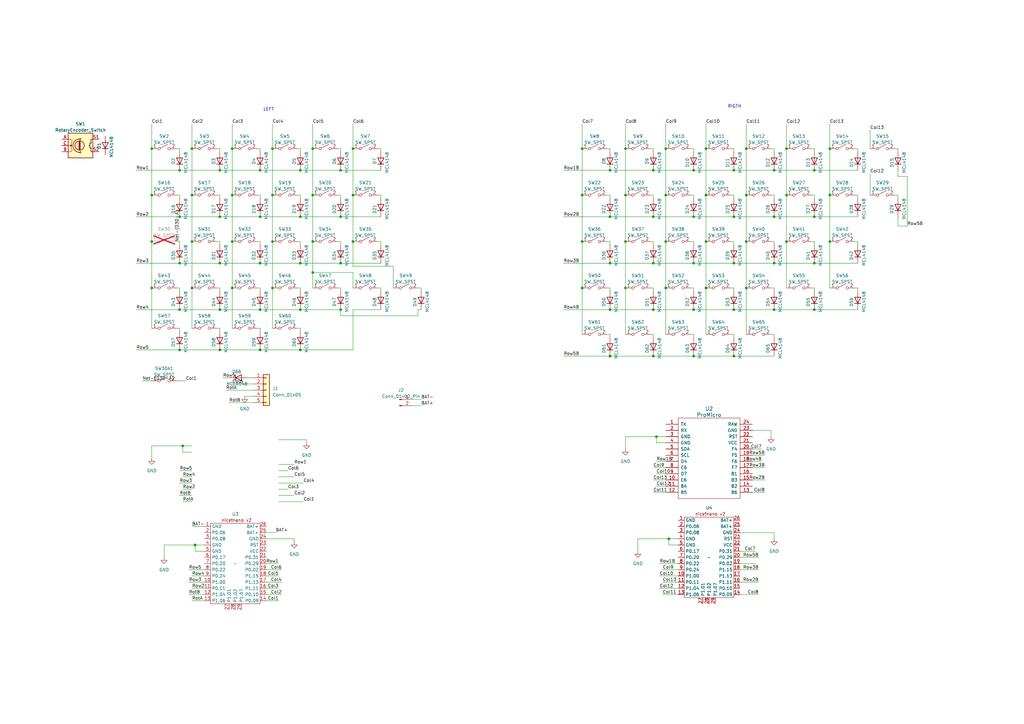
<source format=kicad_sch>
(kicad_sch (version 20230121) (generator eeschema)
  (paper "A3")
  (junction (at 73.66 143.51))
  (junction (at 322.58 80.01))
  (junction (at 306.07 80.01))
  (junction (at 334.01 127))
  (junction (at 106.68 143.51))
  (junction (at 73.66 69.85))
  (junction (at 267.97 146.05))
  (junction (at 123.19 127))
  (junction (at 300.99 69.85))
  (junction (at 62.23 118.11))
  (junction (at 90.17 107.95))
  (junction (at 78.74 99.06))
  (junction (at 267.97 127))
  (junction (at 273.05 60.96))
  (junction (at 123.19 88.9))
  (junction (at 306.07 60.96))
  (junction (at 62.23 80.01))
  (junction (at 128.27 111.76))
  (junction (at 106.68 107.95))
  (junction (at 238.76 99.06))
  (junction (at 256.54 80.01))
  (junction (at 238.76 118.11))
  (junction (at 284.48 69.85))
  (junction (at 106.68 127))
  (junction (at 62.23 99.06))
  (junction (at 273.05 99.06))
  (junction (at 111.76 99.06))
  (junction (at 300.99 88.9))
  (junction (at 306.07 99.06))
  (junction (at 250.19 69.85))
  (junction (at 78.74 60.96))
  (junction (at 144.78 60.96))
  (junction (at 250.19 107.95))
  (junction (at 273.05 118.11))
  (junction (at 340.36 60.96))
  (junction (at 128.27 80.01))
  (junction (at 317.5 88.9))
  (junction (at 284.48 146.05))
  (junction (at 269.24 179.07))
  (junction (at 139.7 107.95))
  (junction (at 73.66 127))
  (junction (at 317.5 69.85))
  (junction (at 317.5 107.95))
  (junction (at 267.97 69.85))
  (junction (at 90.17 143.51))
  (junction (at 111.76 60.96))
  (junction (at 78.74 118.11))
  (junction (at 334.01 107.95))
  (junction (at 300.99 107.95))
  (junction (at 289.56 60.96))
  (junction (at 238.76 80.01))
  (junction (at 300.99 146.05))
  (junction (at 123.19 69.85))
  (junction (at 90.17 127))
  (junction (at 123.19 143.51))
  (junction (at 334.01 88.9))
  (junction (at 306.07 118.11))
  (junction (at 274.32 220.98))
  (junction (at 284.48 127))
  (junction (at 250.19 88.9))
  (junction (at 144.78 99.06))
  (junction (at 267.97 107.95))
  (junction (at 267.97 88.9))
  (junction (at 340.36 80.01))
  (junction (at 62.23 60.96))
  (junction (at 139.7 88.9))
  (junction (at 73.66 107.95))
  (junction (at 95.25 99.06))
  (junction (at 250.19 146.05))
  (junction (at 144.78 80.01))
  (junction (at 139.7 127))
  (junction (at 256.54 60.96))
  (junction (at 317.5 127))
  (junction (at 95.25 60.96))
  (junction (at 128.27 99.06))
  (junction (at 106.68 88.9))
  (junction (at 300.99 127))
  (junction (at 289.56 118.11))
  (junction (at 90.17 88.9))
  (junction (at 289.56 80.01))
  (junction (at 139.7 69.85))
  (junction (at 284.48 88.9))
  (junction (at 273.05 80.01))
  (junction (at 284.48 107.95))
  (junction (at 322.58 99.06))
  (junction (at 111.76 118.11))
  (junction (at 250.19 127))
  (junction (at 111.76 80.01))
  (junction (at 289.56 99.06))
  (junction (at 340.36 99.06))
  (junction (at 238.76 60.96))
  (junction (at 322.58 60.96))
  (junction (at 123.19 107.95))
  (junction (at 78.74 80.01))
  (junction (at 334.01 69.85))
  (junction (at 74.93 182.88))
  (junction (at 95.25 118.11))
  (junction (at 95.25 80.01))
  (junction (at 256.54 99.06))
  (junction (at 80.01 223.52))
  (junction (at 128.27 60.96))
  (junction (at 106.68 69.85))
  (junction (at 90.17 69.85))
  (junction (at 73.66 88.9))
  (junction (at 256.54 118.11))
  (wire (pts (xy 73.66 198.12) (xy 78.74 198.12)))
  (wire (pts (xy 78.74 215.9) (xy 83.82 215.9)))
  (wire (pts (xy 283.21 60.96) (xy 284.48 60.96)))
  (wire (pts (xy 266.7 118.11) (xy 267.97 118.11)))
  (wire (pts (xy 139.7 129.54) (xy 139.7 127)))
  (wire (pts (xy 306.07 60.96) (xy 306.07 80.01)))
  (wire (pts (xy 156.21 99.06) (xy 156.21 100.33)))
  (wire (pts (xy 303.53 218.44) (xy 317.5 218.44)))
  (wire (pts (xy 308.61 176.53) (xy 316.23 176.53)))
  (wire (pts (xy 90.17 134.62) (xy 90.17 135.89)))
  (wire (pts (xy 72.39 80.01) (xy 73.66 80.01)))
  (wire (pts (xy 300.99 88.9) (xy 317.5 88.9)))
  (wire (pts (xy 114.3 236.22) (xy 109.22 236.22)))
  (wire (pts (xy 72.39 60.96) (xy 73.66 60.96)))
  (wire (pts (xy 106.68 80.01) (xy 106.68 81.28)))
  (wire (pts (xy 238.76 60.96) (xy 238.76 80.01)))
  (wire (pts (xy 267.97 137.16) (xy 267.97 138.43)))
  (wire (pts (xy 144.78 111.76) (xy 128.27 111.76)))
  (wire (pts (xy 250.19 80.01) (xy 250.19 81.28)))
  (wire (pts (xy 351.79 60.96) (xy 351.79 62.23)))
  (wire (pts (xy 267.97 107.95) (xy 284.48 107.95)))
  (wire (pts (xy 120.65 195.58) (xy 114.3 195.58)))
  (wire (pts (xy 55.88 69.85) (xy 73.66 69.85)))
  (wire (pts (xy 139.7 118.11) (xy 139.7 119.38)))
  (wire (pts (xy 368.3 72.39) (xy 372.11 72.39)))
  (wire (pts (xy 238.76 50.8) (xy 238.76 60.96)))
  (wire (pts (xy 125.73 180.34) (xy 125.73 181.61)))
  (wire (pts (xy 273.05 50.8) (xy 273.05 60.96)))
  (wire (pts (xy 106.68 134.62) (xy 106.68 135.89)))
  (wire (pts (xy 124.46 198.12) (xy 114.3 198.12)))
  (wire (pts (xy 115.57 233.68) (xy 109.22 233.68)))
  (wire (pts (xy 300.99 118.11) (xy 300.99 119.38)))
  (wire (pts (xy 267.97 201.93) (xy 273.05 201.93)))
  (wire (pts (xy 317.5 107.95) (xy 334.01 107.95)))
  (wire (pts (xy 78.74 246.38) (xy 83.82 246.38)))
  (wire (pts (xy 267.97 88.9) (xy 284.48 88.9)))
  (wire (pts (xy 274.32 220.98) (xy 278.13 220.98)))
  (wire (pts (xy 308.61 201.93) (xy 313.69 201.93)))
  (wire (pts (xy 248.92 137.16) (xy 250.19 137.16)))
  (wire (pts (xy 266.7 60.96) (xy 267.97 60.96)))
  (wire (pts (xy 95.25 50.8) (xy 95.25 60.96)))
  (wire (pts (xy 123.19 127) (xy 139.7 127)))
  (wire (pts (xy 128.27 60.96) (xy 128.27 80.01)))
  (wire (pts (xy 308.61 186.69) (xy 313.69 186.69)))
  (wire (pts (xy 256.54 99.06) (xy 256.54 118.11)))
  (wire (pts (xy 340.36 50.8) (xy 340.36 60.96)))
  (wire (pts (xy 284.48 127) (xy 300.99 127)))
  (wire (pts (xy 231.14 127) (xy 250.19 127)))
  (wire (pts (xy 74.93 182.88) (xy 78.74 182.88)))
  (wire (pts (xy 317.5 69.85) (xy 334.01 69.85)))
  (wire (pts (xy 72.39 156.21) (xy 76.2 156.21)))
  (wire (pts (xy 300.99 99.06) (xy 300.99 100.33)))
  (wire (pts (xy 139.7 69.85) (xy 156.21 69.85)))
  (wire (pts (xy 100.33 162.56) (xy 104.14 162.56)))
  (wire (pts (xy 106.68 118.11) (xy 106.68 119.38)))
  (wire (pts (xy 171.45 127) (xy 172.72 127)))
  (wire (pts (xy 80.01 226.06) (xy 80.01 223.52)))
  (wire (pts (xy 88.9 134.62) (xy 90.17 134.62)))
  (wire (pts (xy 78.74 118.11) (xy 78.74 134.62)))
  (wire (pts (xy 350.52 80.01) (xy 351.79 80.01)))
  (wire (pts (xy 267.97 99.06) (xy 267.97 100.33)))
  (wire (pts (xy 300.99 60.96) (xy 300.99 62.23)))
  (wire (pts (xy 105.41 134.62) (xy 106.68 134.62)))
  (wire (pts (xy 332.74 80.01) (xy 334.01 80.01)))
  (wire (pts (xy 271.78 243.84) (xy 278.13 243.84)))
  (wire (pts (xy 106.68 99.06) (xy 106.68 100.33)))
  (wire (pts (xy 139.7 88.9) (xy 156.21 88.9)))
  (wire (pts (xy 350.52 60.96) (xy 351.79 60.96)))
  (wire (pts (xy 308.61 189.23) (xy 312.42 189.23)))
  (wire (pts (xy 256.54 184.15) (xy 256.54 179.07)))
  (wire (pts (xy 111.76 99.06) (xy 111.76 118.11)))
  (wire (pts (xy 250.19 88.9) (xy 267.97 88.9)))
  (wire (pts (xy 334.01 80.01) (xy 334.01 81.28)))
  (wire (pts (xy 271.78 238.76) (xy 278.13 238.76)))
  (wire (pts (xy 250.19 69.85) (xy 267.97 69.85)))
  (wire (pts (xy 92.71 160.02) (xy 104.14 160.02)))
  (wire (pts (xy 316.23 99.06) (xy 317.5 99.06)))
  (wire (pts (xy 250.19 146.05) (xy 267.97 146.05)))
  (wire (pts (xy 55.88 127) (xy 73.66 127)))
  (wire (pts (xy 351.79 80.01) (xy 351.79 81.28)))
  (wire (pts (xy 273.05 118.11) (xy 273.05 137.16)))
  (wire (pts (xy 238.76 99.06) (xy 238.76 118.11)))
  (wire (pts (xy 317.5 118.11) (xy 317.5 119.38)))
  (wire (pts (xy 156.21 118.11) (xy 156.21 119.38)))
  (wire (pts (xy 316.23 60.96) (xy 317.5 60.96)))
  (wire (pts (xy 284.48 80.01) (xy 284.48 81.28)))
  (wire (pts (xy 74.93 185.42) (xy 74.93 182.88)))
  (wire (pts (xy 80.01 223.52) (xy 83.82 223.52)))
  (wire (pts (xy 55.88 88.9) (xy 73.66 88.9)))
  (wire (pts (xy 114.3 180.34) (xy 125.73 180.34)))
  (wire (pts (xy 303.53 231.14) (xy 309.88 231.14)))
  (wire (pts (xy 231.14 69.85) (xy 250.19 69.85)))
  (wire (pts (xy 284.48 118.11) (xy 284.48 119.38)))
  (wire (pts (xy 368.3 88.9) (xy 368.3 92.71)))
  (wire (pts (xy 340.36 99.06) (xy 340.36 118.11)))
  (wire (pts (xy 90.17 118.11) (xy 90.17 119.38)))
  (wire (pts (xy 250.19 107.95) (xy 267.97 107.95)))
  (wire (pts (xy 90.17 80.01) (xy 90.17 81.28)))
  (wire (pts (xy 300.99 80.01) (xy 300.99 81.28)))
  (wire (pts (xy 77.47 233.68) (xy 83.82 233.68)))
  (wire (pts (xy 284.48 60.96) (xy 284.48 62.23)))
  (wire (pts (xy 172.72 118.11) (xy 172.72 119.38)))
  (wire (pts (xy 123.19 80.01) (xy 123.19 81.28)))
  (wire (pts (xy 269.24 179.07) (xy 273.05 179.07)))
  (wire (pts (xy 299.72 80.01) (xy 300.99 80.01)))
  (wire (pts (xy 123.19 107.95) (xy 139.7 107.95)))
  (wire (pts (xy 73.66 193.04) (xy 78.74 193.04)))
  (wire (pts (xy 334.01 118.11) (xy 334.01 119.38)))
  (wire (pts (xy 267.97 196.85) (xy 273.05 196.85)))
  (wire (pts (xy 303.53 233.68) (xy 311.15 233.68)))
  (wire (pts (xy 121.92 118.11) (xy 123.19 118.11)))
  (wire (pts (xy 316.23 137.16) (xy 317.5 137.16)))
  (wire (pts (xy 250.19 60.96) (xy 250.19 62.23)))
  (wire (pts (xy 144.78 143.51) (xy 123.19 143.51)))
  (wire (pts (xy 73.66 143.51) (xy 90.17 143.51)))
  (wire (pts (xy 289.56 80.01) (xy 289.56 99.06)))
  (wire (pts (xy 73.66 80.01) (xy 73.66 81.28)))
  (wire (pts (xy 156.21 80.01) (xy 156.21 81.28)))
  (wire (pts (xy 332.74 118.11) (xy 334.01 118.11)))
  (wire (pts (xy 284.48 88.9) (xy 300.99 88.9)))
  (wire (pts (xy 317.5 127) (xy 334.01 127)))
  (wire (pts (xy 300.99 137.16) (xy 300.99 138.43)))
  (wire (pts (xy 308.61 191.77) (xy 313.69 191.77)))
  (wire (pts (xy 273.05 181.61) (xy 269.24 181.61)))
  (wire (pts (xy 306.07 118.11) (xy 306.07 137.16)))
  (wire (pts (xy 332.74 60.96) (xy 334.01 60.96)))
  (wire (pts (xy 114.3 246.38) (xy 109.22 246.38)))
  (wire (pts (xy 269.24 194.31) (xy 273.05 194.31)))
  (wire (pts (xy 340.36 80.01) (xy 340.36 99.06)))
  (wire (pts (xy 267.97 118.11) (xy 267.97 119.38)))
  (wire (pts (xy 250.19 99.06) (xy 250.19 100.33)))
  (wire (pts (xy 317.5 80.01) (xy 317.5 81.28)))
  (wire (pts (xy 317.5 218.44) (xy 317.5 220.98)))
  (wire (pts (xy 67.31 223.52) (xy 80.01 223.52)))
  (wire (pts (xy 299.72 99.06) (xy 300.99 99.06)))
  (wire (pts (xy 106.68 127) (xy 123.19 127)))
  (wire (pts (xy 284.48 146.05) (xy 300.99 146.05)))
  (wire (pts (xy 267.97 146.05) (xy 284.48 146.05)))
  (wire (pts (xy 299.72 118.11) (xy 300.99 118.11)))
  (wire (pts (xy 261.62 226.06) (xy 261.62 220.98)))
  (wire (pts (xy 111.76 60.96) (xy 111.76 80.01)))
  (wire (pts (xy 317.5 88.9) (xy 334.01 88.9)))
  (wire (pts (xy 118.11 200.66) (xy 114.3 200.66)))
  (wire (pts (xy 261.62 220.98) (xy 274.32 220.98)))
  (wire (pts (xy 90.17 107.95) (xy 106.68 107.95)))
  (wire (pts (xy 283.21 80.01) (xy 284.48 80.01)))
  (wire (pts (xy 115.57 243.84) (xy 109.22 243.84)))
  (wire (pts (xy 231.14 88.9) (xy 250.19 88.9)))
  (wire (pts (xy 62.23 99.06) (xy 62.23 118.11)))
  (wire (pts (xy 283.21 99.06) (xy 284.48 99.06)))
  (wire (pts (xy 90.17 69.85) (xy 106.68 69.85)))
  (wire (pts (xy 267.97 127) (xy 284.48 127)))
  (wire (pts (xy 123.19 99.06) (xy 123.19 100.33)))
  (wire (pts (xy 90.17 127) (xy 106.68 127)))
  (wire (pts (xy 368.3 60.96) (xy 368.3 62.23)))
  (wire (pts (xy 289.56 118.11) (xy 289.56 137.16)))
  (wire (pts (xy 356.87 71.12) (xy 356.87 80.01)))
  (wire (pts (xy 316.23 80.01) (xy 317.5 80.01)))
  (wire (pts (xy 105.41 80.01) (xy 106.68 80.01)))
  (wire (pts (xy 106.68 69.85) (xy 123.19 69.85)))
  (wire (pts (xy 270.51 241.3) (xy 278.13 241.3)))
  (wire (pts (xy 372.11 72.39) (xy 372.11 92.71)))
  (wire (pts (xy 144.78 127) (xy 144.78 143.51)))
  (wire (pts (xy 139.7 99.06) (xy 139.7 100.33)))
  (wire (pts (xy 109.22 218.44) (xy 113.03 218.44)))
  (wire (pts (xy 161.29 109.22) (xy 144.78 109.22)))
  (wire (pts (xy 270.51 236.22) (xy 278.13 236.22)))
  (wire (pts (xy 256.54 118.11) (xy 256.54 137.16)))
  (wire (pts (xy 72.39 99.06) (xy 73.66 99.06)))
  (wire (pts (xy 303.53 228.6) (xy 311.15 228.6)))
  (wire (pts (xy 154.94 99.06) (xy 156.21 99.06)))
  (wire (pts (xy 267.97 191.77) (xy 273.05 191.77)))
  (wire (pts (xy 154.94 60.96) (xy 156.21 60.96)))
  (wire (pts (xy 121.92 80.01) (xy 123.19 80.01)))
  (wire (pts (xy 334.01 69.85) (xy 351.79 69.85)))
  (wire (pts (xy 273.05 80.01) (xy 273.05 99.06)))
  (wire (pts (xy 171.45 118.11) (xy 172.72 118.11)))
  (wire (pts (xy 123.19 88.9) (xy 139.7 88.9)))
  (wire (pts (xy 284.48 69.85) (xy 300.99 69.85)))
  (wire (pts (xy 289.56 99.06) (xy 289.56 118.11)))
  (wire (pts (xy 73.66 99.06) (xy 73.66 100.33)))
  (wire (pts (xy 95.25 99.06) (xy 95.25 118.11)))
  (wire (pts (xy 334.01 107.95) (xy 351.79 107.95)))
  (wire (pts (xy 231.14 107.95) (xy 250.19 107.95)))
  (wire (pts (xy 256.54 60.96) (xy 256.54 80.01)))
  (wire (pts (xy 238.76 80.01) (xy 238.76 99.06)))
  (wire (pts (xy 120.65 220.98) (xy 120.65 222.25)))
  (wire (pts (xy 334.01 99.06) (xy 334.01 100.33)))
  (wire (pts (xy 248.92 99.06) (xy 250.19 99.06)))
  (wire (pts (xy 109.22 220.98) (xy 120.65 220.98)))
  (wire (pts (xy 62.23 50.8) (xy 62.23 60.96)))
  (wire (pts (xy 356.87 53.34) (xy 356.87 60.96)))
  (wire (pts (xy 78.74 80.01) (xy 78.74 99.06)))
  (wire (pts (xy 351.79 99.06) (xy 351.79 100.33)))
  (wire (pts (xy 322.58 50.8) (xy 322.58 60.96)))
  (wire (pts (xy 74.93 195.58) (xy 78.74 195.58)))
  (wire (pts (xy 289.56 50.8) (xy 289.56 60.96)))
  (wire (pts (xy 121.92 99.06) (xy 123.19 99.06)))
  (wire (pts (xy 74.93 205.74) (xy 78.74 205.74)))
  (wire (pts (xy 139.7 60.96) (xy 139.7 62.23)))
  (wire (pts (xy 250.19 127) (xy 267.97 127)))
  (wire (pts (xy 72.39 134.62) (xy 73.66 134.62)))
  (wire (pts (xy 83.82 226.06) (xy 80.01 226.06)))
  (wire (pts (xy 124.46 205.74) (xy 114.3 205.74)))
  (wire (pts (xy 90.17 60.96) (xy 90.17 62.23)))
  (wire (pts (xy 139.7 107.95) (xy 156.21 107.95)))
  (wire (pts (xy 273.05 99.06) (xy 273.05 118.11)))
  (wire (pts (xy 73.66 107.95) (xy 90.17 107.95)))
  (wire (pts (xy 334.01 127) (xy 351.79 127)))
  (wire (pts (xy 238.76 118.11) (xy 238.76 137.16)))
  (wire (pts (xy 77.47 238.76) (xy 83.82 238.76)))
  (wire (pts (xy 62.23 187.96) (xy 62.23 182.88)))
  (wire (pts (xy 283.21 137.16) (xy 284.48 137.16)))
  (wire (pts (xy 168.91 166.37) (xy 172.72 166.37)))
  (wire (pts (xy 114.3 241.3) (xy 109.22 241.3)))
  (wire (pts (xy 121.92 60.96) (xy 123.19 60.96)))
  (wire (pts (xy 78.74 60.96) (xy 78.74 80.01)))
  (wire (pts (xy 123.19 134.62) (xy 123.19 135.89)))
  (wire (pts (xy 317.5 99.06) (xy 317.5 100.33)))
  (wire (pts (xy 270.51 231.14) (xy 278.13 231.14)))
  (wire (pts (xy 62.23 182.88) (xy 74.93 182.88)))
  (wire (pts (xy 55.88 143.51) (xy 73.66 143.51)))
  (wire (pts (xy 367.03 80.01) (xy 368.3 80.01)))
  (wire (pts (xy 88.9 118.11) (xy 90.17 118.11)))
  (wire (pts (xy 128.27 80.01) (xy 128.27 99.06)))
  (wire (pts (xy 78.74 99.06) (xy 78.74 118.11)))
  (wire (pts (xy 154.94 80.01) (xy 156.21 80.01)))
  (wire (pts (xy 105.41 118.11) (xy 106.68 118.11)))
  (wire (pts (xy 106.68 88.9) (xy 123.19 88.9)))
  (wire (pts (xy 250.19 118.11) (xy 250.19 119.38)))
  (wire (pts (xy 144.78 127) (xy 156.21 127)))
  (wire (pts (xy 267.97 60.96) (xy 267.97 62.23)))
  (wire (pts (xy 105.41 60.96) (xy 106.68 60.96)))
  (wire (pts (xy 120.65 203.2) (xy 114.3 203.2)))
  (wire (pts (xy 284.48 99.06) (xy 284.48 100.33)))
  (wire (pts (xy 334.01 60.96) (xy 334.01 62.23)))
  (wire (pts (xy 269.24 199.39) (xy 273.05 199.39)))
  (wire (pts (xy 55.88 107.95) (xy 73.66 107.95)))
  (wire (pts (xy 303.53 243.84) (xy 311.15 243.84)))
  (wire (pts (xy 128.27 50.8) (xy 128.27 60.96)))
  (wire (pts (xy 111.76 50.8) (xy 111.76 60.96)))
  (wire (pts (xy 128.27 99.06) (xy 128.27 111.76)))
  (wire (pts (xy 138.43 80.01) (xy 139.7 80.01)))
  (wire (pts (xy 300.99 107.95) (xy 317.5 107.95)))
  (wire (pts (xy 248.92 80.01) (xy 250.19 80.01)))
  (wire (pts (xy 299.72 60.96) (xy 300.99 60.96)))
  (wire (pts (xy 271.78 233.68) (xy 278.13 233.68)))
  (wire (pts (xy 95.25 80.01) (xy 95.25 99.06)))
  (wire (pts (xy 88.9 80.01) (xy 90.17 80.01)))
  (wire (pts (xy 340.36 60.96) (xy 340.36 80.01)))
  (wire (pts (xy 111.76 80.01) (xy 111.76 99.06)))
  (wire (pts (xy 93.98 165.1) (xy 104.14 165.1)))
  (wire (pts (xy 73.66 203.2) (xy 78.74 203.2)))
  (wire (pts (xy 73.66 127) (xy 90.17 127)))
  (wire (pts (xy 95.25 118.11) (xy 95.25 134.62)))
  (wire (pts (xy 123.19 118.11) (xy 123.19 119.38)))
  (wire (pts (xy 171.45 129.54) (xy 139.7 129.54)))
  (wire (pts (xy 350.52 99.06) (xy 351.79 99.06)))
  (wire (pts (xy 351.79 118.11) (xy 351.79 119.38)))
  (wire (pts (xy 332.74 99.06) (xy 334.01 99.06)))
  (wire (pts (xy 111.76 118.11) (xy 111.76 134.62)))
  (wire (pts (xy 73.66 118.11) (xy 73.66 119.38)))
  (wire (pts (xy 95.25 60.96) (xy 95.25 80.01)))
  (wire (pts (xy 62.23 80.01) (xy 62.23 99.06)))
  (wire (pts (xy 106.68 60.96) (xy 106.68 62.23)))
  (wire (pts (xy 78.74 185.42) (xy 74.93 185.42)))
  (wire (pts (xy 144.78 60.96) (xy 144.78 80.01)))
  (wire (pts (xy 284.48 107.95) (xy 300.99 107.95)))
  (wire (pts (xy 144.78 50.8) (xy 144.78 60.96)))
  (wire (pts (xy 248.92 60.96) (xy 250.19 60.96)))
  (wire (pts (xy 256.54 50.8) (xy 256.54 60.96)))
  (wire (pts (xy 138.43 99.06) (xy 139.7 99.06)))
  (wire (pts (xy 266.7 80.01) (xy 267.97 80.01)))
  (wire (pts (xy 306.07 99.06) (xy 306.07 118.11)))
  (wire (pts (xy 78.74 241.3) (xy 83.82 241.3)))
  (wire (pts (xy 322.58 80.01) (xy 322.58 99.06)))
  (wire (pts (xy 73.66 60.96) (xy 73.66 62.23)))
  (wire (pts (xy 284.48 137.16) (xy 284.48 138.43)))
  (wire (pts (xy 289.56 60.96) (xy 289.56 80.01)))
  (wire (pts (xy 106.68 107.95) (xy 123.19 107.95)))
  (wire (pts (xy 316.23 118.11) (xy 317.5 118.11)))
  (wire (pts (xy 78.74 236.22) (xy 83.82 236.22)))
  (wire (pts (xy 248.92 118.11) (xy 250.19 118.11)))
  (wire (pts (xy 74.93 200.66) (xy 78.74 200.66)))
  (wire (pts (xy 274.32 223.52) (xy 274.32 220.98)))
  (wire (pts (xy 77.47 243.84) (xy 83.82 243.84)))
  (wire (pts (xy 101.6 154.94) (xy 104.14 154.94)))
  (wire (pts (xy 123.19 60.96) (xy 123.19 62.23)))
  (wire (pts (xy 90.17 88.9) (xy 106.68 88.9)))
  (wire (pts (xy 322.58 99.06) (xy 322.58 118.11)))
  (wire (pts (xy 322.58 60.96) (xy 322.58 80.01)))
  (wire (pts (xy 306.07 80.01) (xy 306.07 99.06)))
  (wire (pts (xy 303.53 238.76) (xy 311.15 238.76)))
  (wire (pts (xy 78.74 50.8) (xy 78.74 60.96)))
  (wire (pts (xy 88.9 60.96) (xy 90.17 60.96)))
  (wire (pts (xy 368.3 69.85) (xy 368.3 72.39)))
  (wire (pts (xy 283.21 118.11) (xy 284.48 118.11)))
  (wire (pts (xy 306.07 50.8) (xy 306.07 60.96)))
  (wire (pts (xy 106.68 143.51) (xy 123.19 143.51)))
  (wire (pts (xy 154.94 118.11) (xy 156.21 118.11)))
  (wire (pts (xy 73.66 69.85) (xy 90.17 69.85)))
  (wire (pts (xy 72.39 118.11) (xy 73.66 118.11)))
  (wire (pts (xy 73.66 88.9) (xy 90.17 88.9)))
  (wire (pts (xy 62.23 118.11) (xy 62.23 134.62)))
  (wire (pts (xy 368.3 92.71) (xy 372.11 92.71)))
  (wire (pts (xy 109.22 231.14) (xy 114.3 231.14)))
  (wire (pts (xy 267.97 80.01) (xy 267.97 81.28)))
  (wire (pts (xy 171.45 127) (xy 171.45 129.54)))
  (wire (pts (xy 317.5 137.16) (xy 317.5 138.43)))
  (wire (pts (xy 256.54 80.01) (xy 256.54 99.06)))
  (wire (pts (xy 168.91 163.83) (xy 172.72 163.83)))
  (wire (pts (xy 300.99 146.05) (xy 317.5 146.05)))
  (wire (pts (xy 138.43 118.11) (xy 139.7 118.11)))
  (wire (pts (xy 121.92 134.62) (xy 123.19 134.62)))
  (wire (pts (xy 350.52 118.11) (xy 351.79 118.11)))
  (wire (pts (xy 90.17 99.06) (xy 90.17 100.33)))
  (wire (pts (xy 300.99 127) (xy 317.5 127)))
  (wire (pts (xy 67.31 228.6) (xy 67.31 223.52)))
  (wire (pts (xy 123.19 69.85) (xy 139.7 69.85)))
  (wire (pts (xy 118.11 193.04) (xy 114.3 193.04)))
  (wire (pts (xy 269.24 189.23) (xy 273.05 189.23)))
  (wire (pts (xy 231.14 146.05) (xy 250.19 146.05)))
  (wire (pts (xy 161.29 109.22) (xy 161.29 118.11)))
  (wire (pts (xy 62.23 60.96) (xy 62.23 80.01)))
  (wire (pts (xy 367.03 60.96) (xy 368.3 60.96)))
  (wire (pts (xy 58.42 156.21) (xy 62.23 156.21)))
  (wire (pts (xy 278.13 223.52) (xy 274.32 223.52)))
  (wire (pts (xy 256.54 179.07) (xy 269.24 179.07)))
  (wire (pts (xy 144.78 109.22) (xy 144.78 99.06)))
  (wire (pts (xy 303.53 226.06) (xy 309.88 226.06)))
  (wire (pts (xy 95.25 157.48) (xy 104.14 157.48)))
  (wire (pts (xy 144.78 80.01) (xy 144.78 99.06)))
  (wire (pts (xy 128.27 111.76) (xy 128.27 118.11)))
  (wire (pts (xy 269.24 181.61) (xy 269.24 179.07)))
  (wire (pts (xy 368.3 80.01) (xy 368.3 81.28)))
  (wire (pts (xy 138.43 60.96) (xy 139.7 60.96)))
  (wire (pts (xy 334.01 88.9) (xy 351.79 88.9)))
  (wire (pts (xy 266.7 99.06) (xy 267.97 99.06)))
  (wire (pts (xy 308.61 196.85) (xy 313.69 196.85)))
  (wire (pts (xy 139.7 80.01) (xy 139.7 81.28)))
  (wire (pts (xy 266.7 137.16) (xy 267.97 137.16)))
  (wire (pts (xy 90.17 143.51) (xy 106.68 143.51)))
  (wire (pts (xy 73.66 134.62) (xy 73.66 135.89)))
  (wire (pts (xy 299.72 137.16) (xy 300.99 137.16)))
  (wire (pts (xy 300.99 69.85) (xy 317.5 69.85)))
  (wire (pts (xy 273.05 60.96) (xy 273.05 80.01)))
  (wire (pts (xy 316.23 176.53) (xy 316.23 179.07)))
  (wire (pts (xy 88.9 99.06) (xy 90.17 99.06)))
  (wire (pts (xy 115.57 238.76) (xy 109.22 238.76)))
  (wire (pts (xy 267.97 69.85) (xy 284.48 69.85)))
  (wire (pts (xy 105.41 99.06) (xy 106.68 99.06)))
  (wire (pts (xy 308.61 184.15) (xy 312.42 184.15)))
  (wire (pts (xy 156.21 60.96) (xy 156.21 62.23)))
  (wire (pts (xy 114.3 190.5) (xy 120.65 190.5)))
  (wire (pts (xy 91.44 154.94) (xy 93.98 154.94)))
  (wire (pts (xy 144.78 118.11) (xy 144.78 111.76)))
  (wire (pts (xy 250.19 137.16) (xy 250.19 138.43)))
  (wire (pts (xy 317.5 60.96) (xy 317.5 62.23)))
  (text "RIGTH" (at 298.45 44.45 0) (effects (font (size 1.27 1.27)) (justify left bottom)))
  (text "LEFT" (at 107.95 45.72 0) (effects (font (size 1.27 1.27)) (justify left bottom)))
  (label "Col8" (at 256.54 50.8 0))
  (label "Col3" (at 95.25 50.8 0))
  (label "Row3B" (at 231.14 107.95 0))
  (label "Row5" (at 77.47 233.68 0))
  (label "Col10" (at 289.56 50.8 0))
  (label "Row5B" (at 311.15 228.6 180))
  (label "Row5" (at 55.88 143.51 0))
  (label "Row1" (at 114.3 231.14 180))
  (label "RotA" (at 74.93 205.74 0))
  (label "Col11" (at 271.78 243.84 0))
  (label "RotB" (at 73.66 203.2 0))
  (label "Row3B" (at 313.69 191.77 180))
  (label "Row3" (at 77.47 238.76 0))
  (label "BAT+" (at 172.72 166.37 0))
  (label "Row4" (at 74.93 195.58 0))
  (label "Col12" (at 269.24 199.39 0))
  (label "Col10" (at 270.51 236.22 0))
  (label "Col5" (at 120.65 195.58 0))
  (label "Row5" (at 73.66 193.04 0))
  (label "Row5B" (at 231.14 146.05 0))
  (label "BAT+" (at 113.03 218.44 0))
  (label "Col3" (at 114.3 241.3 180))
  (label "Col3" (at 118.11 200.66 0))
  (label "Col13" (at 267.97 196.85 0))
  (label "Col5" (at 114.3 236.22 180))
  (label "Row1B" (at 269.24 189.23 0))
  (label "Row5B" (at 372.11 92.71 0))
  (label "Row4B" (at 231.14 127 0))
  (label "Col2" (at 78.74 50.8 0))
  (label "Row3" (at 73.66 198.12 0))
  (label "Col1" (at 114.3 246.38 180))
  (label "Col6" (at 115.57 233.68 180))
  (label "Col9" (at 271.78 233.68 0))
  (label "Col12" (at 322.58 50.8 0))
  (label "Col13" (at 340.36 50.8 0))
  (label "BAT-" (at 78.74 215.9 0))
  (label "Row3" (at 55.88 107.95 0))
  (label "Col1" (at 124.46 205.74 0))
  (label "Row1B" (at 231.14 69.85 0))
  (label "Col6" (at 144.78 50.8 0))
  (label "Col7" (at 238.76 50.8 0))
  (label "Col4" (at 124.46 198.12 0))
  (label "Row1B" (at 270.51 231.14 0))
  (label "Row2B" (at 231.14 88.9 0))
  (label "Col11" (at 267.97 201.93 0))
  (label "Col6" (at 118.11 193.04 0))
  (label "Col2" (at 120.65 203.2 0))
  (label "Col2" (at 115.57 243.84 180))
  (label "Col5" (at 128.27 50.8 0))
  (label "BAT-" (at 172.72 163.83 0))
  (label "RotA" (at 78.74 246.38 0))
  (label "Row2" (at 78.74 241.3 0))
  (label "Col8" (at 313.69 201.93 180))
  (label "Col7" (at 309.88 226.06 180))
  (label "Row5" (at 91.44 154.94 0))
  (label "Col9" (at 273.05 50.8 0))
  (label "Col11" (at 306.07 50.8 0))
  (label "Col1" (at 62.23 50.8 0))
  (label "Col4" (at 115.57 238.76 180))
  (label "Col13" (at 356.87 53.34 0))
  (label "Row2B" (at 313.69 196.85 180))
  (label "Row4B" (at 312.42 189.23 180))
  (label "RotB" (at 77.47 243.84 0))
  (label "Row4" (at 55.88 127 0))
  (label "Row2B" (at 311.15 238.76 180))
  (label "Net-(D30-A)" (at 58.42 156.21 0))
  (label "Col9" (at 267.97 191.77 0))
  (label "Col12" (at 356.87 71.12 0))
  (label "Row2" (at 55.88 88.9 0))
  (label "Col4" (at 111.76 50.8 0))
  (label "Row1" (at 120.65 190.5 0))
  (label "Col6" (at 95.25 157.48 0))
  (label "Col13" (at 271.78 238.76 0))
  (label "Row1" (at 55.88 69.85 0))
  (label "Net-(D30-A)" (at 73.66 99.06 90))
  (label "Col8" (at 311.15 243.84 180))
  (label "Col7" (at 312.42 184.15 180))
  (label "Col1" (at 76.2 156.21 0))
  (label "Col12" (at 270.51 241.3 0))
  (label "Col10" (at 269.24 194.31 0))
  (label "RotA" (at 92.71 160.02 0))
  (label "Row3B" (at 311.15 233.68 180))
  (label "Row5B" (at 313.69 186.69 180))
  (label "Row4" (at 78.74 236.22 0))
  (label "Row2" (at 74.93 200.66 0))
  (label "RotB" (at 93.98 165.1 0))
  (symbol (lib_id "Diode:MCL4148") (at 123.19 66.04 90) (unit 1)
    (property "Reference" "D5" (at 120.65 64.77 0) (effects (justify right)))
    (property "Value" "MCL4148" (at 125.73 62.23 0) (effects (justify right)))
    (property "Footprint" "Diode_SMD:D_MicroMELF" (effects hide))
    (property "Datasheet" "http://www.vishay.com/docs/85566/mlc4148.pdf" (effects hide))
    (property "Sim.Device" "D" (effects hide))
    (property "Sim.Pins" "1=K 2=A" (effects hide))
  )
  (symbol (lib_id "Diode:MCL4148") (at 284.48 104.14 90) (unit 1)
    (property "Reference" "D38" (at 281.94 102.87 0) (effects (justify right)))
    (property "Value" "MCL4148" (at 287.02 100.33 0) (effects (justify right)))
    (property "Footprint" "Diode_SMD:D_MicroMELF" (effects hide))
    (property "Datasheet" "http://www.vishay.com/docs/85566/mlc4148.pdf" (effects hide))
    (property "Sim.Device" "D" (effects hide))
    (property "Sim.Pins" "1=K 2=A" (effects hide))
  )
  (symbol (lib_id "Switch:SW_SPST") (at 243.84 118.11 0) (unit 1)
    (property "Reference" "SW50" (at 243.84 113.03 0))
    (property "Value" "SW_SPST" (at 243.84 115.57 0))
    (property "Footprint" "PCM_Switch_Keyboard_Cherry_MX:SW_Cherry_MX_PCB_1.00u" (effects hide))
  )
  (symbol (lib_id "power:GND") (at 317.5 220.98 0) (unit 1)
    (property "Reference" "#PWR09" (effects hide))
    (property "Value" "GND" (at 317.5 226.06 0))
  )
  (symbol (lib_id "Switch:SW_SPST") (at 261.62 60.96 0) (unit 1)
    (property "Reference" "SW9" (at 261.62 55.88 0))
    (property "Value" "SW_SPST" (at 261.62 58.42 0))
    (property "Footprint" "PCM_Switch_Keyboard_Cherry_MX:SW_Cherry_MX_PCB_1.00u" (effects hide))
  )
  (symbol (lib_id "Switch:SW_SPST") (at 311.15 80.01 0) (unit 1)
    (property "Reference" "SW26" (at 311.15 74.93 0))
    (property "Value" "SW_SPST" (at 311.15 77.47 0))
    (property "Footprint" "PCM_Switch_Keyboard_Cherry_MX:SW_Cherry_MX_PCB_1.00u" (effects hide))
  )
  (symbol (lib_id "Diode:MCL4148") (at 139.7 123.19 90) (unit 1)
    (property "Reference" "D47" (at 137.16 121.92 0) (effects (justify right)))
    (property "Value" "MCL4148" (at 142.24 119.38 0) (effects (justify right)))
    (property "Footprint" "Diode_SMD:D_MicroMELF" (effects hide))
    (property "Datasheet" "http://www.vishay.com/docs/85566/mlc4148.pdf" (effects hide))
    (property "Sim.Device" "D" (effects hide))
    (property "Sim.Pins" "1=K 2=A" (effects hide))
  )
  (symbol (lib_id "Switch:SW_SPST") (at 278.13 118.11 0) (unit 1)
    (property "Reference" "SW52" (at 278.13 113.03 0))
    (property "Value" "SW_SPST" (at 278.13 115.57 0))
    (property "Footprint" "PCM_Switch_Keyboard_Cherry_MX:SW_Cherry_MX_PCB_1.00u" (effects hide))
  )
  (symbol (lib_id "Diode:MCL4148") (at 73.66 104.14 90) (unit 1)
    (property "Reference" "D30" (at 71.12 102.87 0) (effects (justify right)))
    (property "Value" "MCL4148" (at 76.2 100.33 0) (effects (justify right)))
    (property "Footprint" "Diode_SMD:D_MicroMELF" (effects hide))
    (property "Datasheet" "http://www.vishay.com/docs/85566/mlc4148.pdf" (effects hide))
    (property "Sim.Device" "D" (effects hide))
    (property "Sim.Pins" "1=K 2=A" (effects hide))
  )
  (symbol (lib_id "Switch:SW_SPST") (at 67.31 118.11 0) (unit 1)
    (property "Reference" "SW43" (at 67.31 113.03 0))
    (property "Value" "SW_SPST" (at 67.31 115.57 0))
    (property "Footprint" "PCM_Switch_Keyboard_Cherry_MX:SW_Cherry_MX_PCB_1.25u" (effects hide))
  )
  (symbol (lib_id "Switch:SW_SPST") (at 133.35 80.01 0) (unit 1)
    (property "Reference" "SW20" (at 133.35 74.93 0))
    (property "Value" "SW_SPST" (at 133.35 77.47 0))
    (property "Footprint" "PCM_Switch_Keyboard_Cherry_MX:SW_Cherry_MX_PCB_1.00u" (effects hide))
  )
  (symbol (lib_id "Connector:Conn_01x02_Pin") (at 163.83 163.83 0) (unit 1)
    (property "Reference" "J2" (at 164.465 160.02 0))
    (property "Value" "Conn_01x02_Pin" (at 164.465 162.56 0))
    (property "Footprint" "Connector_JST:JST_XH_S2B-XH-A-1_1x02_P2.50mm_Horizontal" (effects hide))
  )
  (symbol (lib_id "Diode:MCL4148") (at 317.5 66.04 90) (unit 1)
    (property "Reference" "D12" (at 314.96 64.77 0) (effects (justify right)))
    (property "Value" "MCL4148" (at 320.04 62.23 0) (effects (justify right)))
    (property "Footprint" "Diode_SMD:D_MicroMELF" (effects hide))
    (property "Datasheet" "http://www.vishay.com/docs/85566/mlc4148.pdf" (effects hide))
    (property "Sim.Device" "D" (effects hide))
    (property "Sim.Pins" "1=K 2=A" (effects hide))
  )
  (symbol (lib_id "Switch:SW_SPST") (at 327.66 118.11 0) (unit 1)
    (property "Reference" "SW55" (at 327.66 113.03 0))
    (property "Value" "SW_SPST" (at 327.66 115.57 0))
    (property "Footprint" "PCM_Switch_Keyboard_Cherry_MX:SW_Cherry_MX_PCB_1.00u" (effects hide))
  )
  (symbol (lib_id "Connector_Generic:Conn_01x05") (at 109.22 160.02 0) (unit 1)
    (property "Reference" "J1" (at 111.76 159.385 0) (effects (justify left)))
    (property "Value" "Conn_01x05" (at 111.76 161.925 0) (effects (justify left)))
    (property "Footprint" "Connector_PinSocket_2.54mm:PinSocket_1x05_P2.54mm_Horizontal" (effects hide))
  )
  (symbol (lib_id "Diode:MCL4148") (at 172.72 123.19 90) (unit 1)
    (property "Reference" "D49" (at 170.18 121.92 0) (effects (justify right)))
    (property "Value" "MCL4148" (at 175.26 119.38 0) (effects (justify right)))
    (property "Footprint" "Diode_SMD:D_MicroMELF" (effects hide))
    (property "Datasheet" "http://www.vishay.com/docs/85566/mlc4148.pdf" (effects hide))
    (property "Sim.Device" "D" (effects hide))
    (property "Sim.Pins" "1=K 2=A" (effects hide))
  )
  (symbol (lib_id "Switch:SW_SPST") (at 243.84 60.96 0) (unit 1)
    (property "Reference" "SW8" (at 243.84 55.88 0))
    (property "Value" "SW_SPST" (at 243.84 58.42 0))
    (property "Footprint" "PCM_Switch_Keyboard_Cherry_MX:SW_Cherry_MX_PCB_1.00u" (effects hide))
  )
  (symbol (lib_id "Diode:MCL4148") (at 334.01 123.19 90) (unit 1)
    (property "Reference" "D55" (at 331.47 121.92 0) (effects (justify right)))
    (property "Value" "MCL4148" (at 336.55 119.38 0) (effects (justify right)))
    (property "Footprint" "Diode_SMD:D_MicroMELF" (effects hide))
    (property "Datasheet" "http://www.vishay.com/docs/85566/mlc4148.pdf" (effects hide))
    (property "Sim.Device" "D" (effects hide))
    (property "Sim.Pins" "1=K 2=A" (effects hide))
  )
  (symbol (lib_id "Switch:SW_SPST") (at 294.64 137.16 0) (unit 1)
    (property "Reference" "SW64" (at 294.64 132.08 0))
    (property "Value" "SW_SPST" (at 294.64 134.62 0))
    (property "Footprint" "PCM_Switch_Keyboard_Cherry_MX:SW_Cherry_MX_PCB_1.25u" (effects hide))
  )
  (symbol (lib_id "Diode:MCL4148") (at 250.19 66.04 90) (unit 1)
    (property "Reference" "D8" (at 247.65 64.77 0) (effects (justify right)))
    (property "Value" "MCL4148" (at 252.73 62.23 0) (effects (justify right)))
    (property "Footprint" "Diode_SMD:D_MicroMELF" (effects hide))
    (property "Datasheet" "http://www.vishay.com/docs/85566/mlc4148.pdf" (effects hide))
    (property "Sim.Device" "D" (effects hide))
    (property "Sim.Pins" "1=K 2=A" (effects hide))
  )
  (symbol (lib_id "Diode:MCL4148") (at 43.18 59.69 90) (unit 1)
    (property "Reference" "D1" (at 40.64 58.42 0) (effects (justify right)))
    (property "Value" "MCL4148" (at 45.72 55.88 0) (effects (justify right)))
    (property "Footprint" "Diode_SMD:D_MicroMELF" (effects hide))
    (property "Datasheet" "http://www.vishay.com/docs/85566/mlc4148.pdf" (effects hide))
    (property "Sim.Device" "D" (effects hide))
    (property "Sim.Pins" "1=K 2=A" (effects hide))
  )
  (symbol (lib_id "Switch:SW_SPST") (at 133.35 118.11 0) (unit 1)
    (property "Reference" "SW47" (at 133.35 113.03 0))
    (property "Value" "SW_SPST" (at 133.35 115.57 0))
    (property "Footprint" "PCM_Switch_Keyboard_Cherry_MX:SW_Cherry_MX_PCB_1.00u" (effects hide))
  )
  (symbol (lib_id "Switch:SW_SPST") (at 261.62 80.01 0) (unit 1)
    (property "Reference" "SW23" (at 261.62 74.93 0))
    (property "Value" "SW_SPST" (at 261.62 77.47 0))
    (property "Footprint" "PCM_Switch_Keyboard_Cherry_MX:SW_Cherry_MX_PCB_1.00u" (effects hide))
  )
  (symbol (lib_id "Diode:MCL4148") (at 73.66 85.09 90) (unit 1)
    (property "Reference" "D16" (at 71.12 83.82 0) (effects (justify right)))
    (property "Value" "MCL4148" (at 76.2 81.28 0) (effects (justify right)))
    (property "Footprint" "Diode_SMD:D_MicroMELF" (effects hide))
    (property "Datasheet" "http://www.vishay.com/docs/85566/mlc4148.pdf" (effects hide))
    (property "Sim.Device" "D" (effects hide))
    (property "Sim.Pins" "1=K 2=A" (effects hide))
  )
  (symbol (lib_id "Diode:MCL4148") (at 351.79 66.04 90) (unit 1)
    (property "Reference" "D14" (at 349.25 64.77 0) (effects (justify right)))
    (property "Value" "MCL4148" (at 354.33 62.23 0) (effects (justify right)))
    (property "Footprint" "Diode_SMD:D_MicroMELF" (effects hide))
    (property "Datasheet" "http://www.vishay.com/docs/85566/mlc4148.pdf" (effects hide))
    (property "Sim.Device" "D" (effects hide))
    (property "Sim.Pins" "1=K 2=A" (effects hide))
  )
  (symbol (lib_id "Diode:MCL4148") (at 351.79 104.14 90) (unit 1)
    (property "Reference" "D42" (at 349.25 102.87 0) (effects (justify right)))
    (property "Value" "MCL4148" (at 354.33 100.33 0) (effects (justify right)))
    (property "Footprint" "Diode_SMD:D_MicroMELF" (effects hide))
    (property "Datasheet" "http://www.vishay.com/docs/85566/mlc4148.pdf" (effects hide))
    (property "Sim.Device" "D" (effects hide))
    (property "Sim.Pins" "1=K 2=A" (effects hide))
  )
  (symbol (lib_id "Switch:SW_SPST") (at 67.31 60.96 0) (unit 1)
    (property "Reference" "SW2" (at 67.31 55.88 0))
    (property "Value" "SW_SPST" (at 67.31 58.42 0))
    (property "Footprint" "PCM_Switch_Keyboard_Cherry_MX:SW_Cherry_MX_PCB_1.00u" (effects hide))
  )
  (symbol (lib_id "Diode:MCL4148") (at 90.17 139.7 90) (unit 1)
    (property "Reference" "D58" (at 87.63 138.43 0) (effects (justify right)))
    (property "Value" "MCL4148" (at 92.71 135.89 0) (effects (justify right)))
    (property "Footprint" "Diode_SMD:D_MicroMELF" (effects hide))
    (property "Datasheet" "http://www.vishay.com/docs/85566/mlc4148.pdf" (effects hide))
    (property "Sim.Device" "D" (effects hide))
    (property "Sim.Pins" "1=K 2=A" (effects hide))
  )
  (symbol (lib_id "Switch:SW_SPST") (at 345.44 80.01 0) (unit 1)
    (property "Reference" "SW28" (at 345.44 74.93 0))
    (property "Value" "SW_SPST" (at 345.44 77.47 0))
    (property "Footprint" "PCM_Switch_Keyboard_Cherry_MX:SW_Cherry_MX_PCB_1.00u" (effects hide))
  )
  (symbol (lib_id "Diode:MCL4148") (at 351.79 123.19 90) (unit 1)
    (property "Reference" "D56" (at 349.25 121.92 0) (effects (justify right)))
    (property "Value" "MCL4148" (at 354.33 119.38 0) (effects (justify right)))
    (property "Footprint" "Diode_SMD:D_MicroMELF" (effects hide))
    (property "Datasheet" "http://www.vishay.com/docs/85566/mlc4148.pdf" (effects hide))
    (property "Sim.Device" "D" (effects hide))
    (property "Sim.Pins" "1=K 2=A" (effects hide))
  )
  (symbol (lib_id "Switch:SW_SPST") (at 361.95 80.01 0) (unit 1)
    (property "Reference" "SW29" (at 361.95 74.93 0))
    (property "Value" "SW_SPST" (at 361.95 77.47 0))
    (property "Footprint" "PCM_Switch_Keyboard_Cherry_MX:SW_Cherry_MX_PCB_ISOEnter" (effects hide))
  )
  (symbol (lib_id "Diode:MCL4148") (at 334.01 85.09 90) (unit 1)
    (property "Reference" "D27" (at 331.47 83.82 0) (effects (justify right)))
    (property "Value" "MCL4148" (at 336.55 81.28 0) (effects (justify right)))
    (property "Footprint" "Diode_SMD:D_MicroMELF" (effects hide))
    (property "Datasheet" "http://www.vishay.com/docs/85566/mlc4148.pdf" (effects hide))
    (property "Sim.Device" "D" (effects hide))
    (property "Sim.Pins" "1=K 2=A" (effects hide))
  )
  (symbol (lib_id "Diode:MCL4148") (at 90.17 123.19 90) (unit 1)
    (property "Reference" "D44" (at 87.63 121.92 0) (effects (justify right)))
    (property "Value" "MCL4148" (at 92.71 119.38 0) (effects (justify right)))
    (property "Footprint" "Diode_SMD:D_MicroMELF" (effects hide))
    (property "Datasheet" "http://www.vishay.com/docs/85566/mlc4148.pdf" (effects hide))
    (property "Sim.Device" "D" (effects hide))
    (property "Sim.Pins" "1=K 2=A" (effects hide))
  )
  (symbol (lib_id "Diode:MCL4148") (at 284.48 123.19 90) (unit 1)
    (property "Reference" "D52" (at 281.94 121.92 0) (effects (justify right)))
    (property "Value" "MCL4148" (at 287.02 119.38 0) (effects (justify right)))
    (property "Footprint" "Diode_SMD:D_MicroMELF" (effects hide))
    (property "Datasheet" "http://www.vishay.com/docs/85566/mlc4148.pdf" (effects hide))
    (property "Sim.Device" "D" (effects hide))
    (property "Sim.Pins" "1=K 2=A" (effects hide))
  )
  (symbol (lib_id "Diode:MCL4148") (at 156.21 85.09 90) (unit 1)
    (property "Reference" "D21" (at 153.67 83.82 0) (effects (justify right)))
    (property "Value" "MCL4148" (at 158.75 81.28 0) (effects (justify right)))
    (property "Footprint" "Diode_SMD:D_MicroMELF" (effects hide))
    (property "Datasheet" "http://www.vishay.com/docs/85566/mlc4148.pdf" (effects hide))
    (property "Sim.Device" "D" (effects hide))
    (property "Sim.Pins" "1=K 2=A" (effects hide))
  )
  (symbol (lib_id "Switch:SW_SPST") (at 100.33 118.11 0) (unit 1)
    (property "Reference" "SW45" (at 100.33 113.03 0))
    (property "Value" "SW_SPST" (at 100.33 115.57 0))
    (property "Footprint" "PCM_Switch_Keyboard_Cherry_MX:SW_Cherry_MX_PCB_1.00u" (effects hide))
  )
  (symbol (lib_id "Switch:SW_SPST") (at 133.35 99.06 0) (unit 1)
    (property "Reference" "SW34" (at 133.35 93.98 0))
    (property "Value" "SW_SPST" (at 133.35 96.52 0))
    (property "Footprint" "PCM_Switch_Keyboard_Cherry_MX:SW_Cherry_MX_PCB_1.00u" (effects hide))
  )
  (symbol (lib_id "Diode:MCL4148") (at 368.3 85.09 90) (unit 1)
    (property "Reference" "D29" (at 365.76 83.82 0) (effects (justify right)))
    (property "Value" "MCL4148" (at 370.84 81.28 0) (effects (justify right)))
    (property "Footprint" "Diode_SMD:D_MicroMELF" (effects hide))
    (property "Datasheet" "http://www.vishay.com/docs/85566/mlc4148.pdf" (effects hide))
    (property "Sim.Device" "D" (effects hide))
    (property "Sim.Pins" "1=K 2=A" (effects hide))
  )
  (symbol (lib_id "Switch:SW_SPST") (at 166.37 118.11 0) (unit 1)
    (property "Reference" "SW49" (at 166.37 113.03 0))
    (property "Value" "SW_SPST" (at 166.37 115.57 0))
    (property "Footprint" "PCM_Switch_Keyboard_Cherry_MX:SW_Cherry_MX_PCB_1.00u" (effects hide))
  )
  (symbol (lib_id "Diode:MCL4148") (at 300.99 123.19 90) (unit 1)
    (property "Reference" "D53" (at 298.45 121.92 0) (effects (justify right)))
    (property "Value" "MCL4148" (at 303.53 119.38 0) (effects (justify right)))
    (property "Footprint" "Diode_SMD:D_MicroMELF" (effects hide))
    (property "Datasheet" "http://www.vishay.com/docs/85566/mlc4148.pdf" (effects hide))
    (property "Sim.Device" "D" (effects hide))
    (property "Sim.Pins" "1=K 2=A" (effects hide))
  )
  (symbol (lib_id "Diode:MCL4148") (at 351.79 85.09 90) (unit 1)
    (property "Reference" "D28" (at 349.25 83.82 0) (effects (justify right)))
    (property "Value" "MCL4148" (at 354.33 81.28 0) (effects (justify right)))
    (property "Footprint" "Diode_SMD:D_MicroMELF" (effects hide))
    (property "Datasheet" "http://www.vishay.com/docs/85566/mlc4148.pdf" (effects hide))
    (property "Sim.Device" "D" (effects hide))
    (property "Sim.Pins" "1=K 2=A" (effects hide))
  )
  (symbol (lib_id "Switch:SW_SPST") (at 133.35 60.96 0) (unit 1)
    (property "Reference" "SW6" (at 133.35 55.88 0))
    (property "Value" "SW_SPST" (at 133.35 58.42 0))
    (property "Footprint" "PCM_Switch_Keyboard_Cherry_MX:SW_Cherry_MX_PCB_1.00u" (effects hide))
  )
  (symbol (lib_id "Diode:MCL4148") (at 250.19 142.24 90) (unit 1)
    (property "Reference" "D61" (at 247.65 140.97 0) (effects (justify right)))
    (property "Value" "MCL4148" (at 252.73 138.43 0) (effects (justify right)))
    (property "Footprint" "Diode_SMD:D_MicroMELF" (effects hide))
    (property "Datasheet" "http://www.vishay.com/docs/85566/mlc4148.pdf" (effects hide))
    (property "Sim.Device" "D" (effects hide))
    (property "Sim.Pins" "1=K 2=A" (effects hide))
  )
  (symbol (lib_id "Diode:MCL4148") (at 123.19 85.09 90) (unit 1)
    (property "Reference" "D19" (at 120.65 83.82 0) (effects (justify right)))
    (property "Value" "MCL4148" (at 125.73 81.28 0) (effects (justify right)))
    (property "Footprint" "Diode_SMD:D_MicroMELF" (effects hide))
    (property "Datasheet" "http://www.vishay.com/docs/85566/mlc4148.pdf" (effects hide))
    (property "Sim.Device" "D" (effects hide))
    (property "Sim.Pins" "1=K 2=A" (effects hide))
  )
  (symbol (lib_id "Switch:SW_SPST") (at 67.31 99.06 0) (unit 1) (dnp yes)
    (property "Reference" "SW30" (at 67.31 93.98 0))
    (property "Value" "SW_SPST" (at 67.31 96.52 0))
    (property "Footprint" "PCM_Switch_Keyboard_Cherry_MX:SW_Cherry_MX_PCB_1.75u" (effects hide))
  )
  (symbol (lib_id "Diode:MCL4148") (at 317.5 104.14 90) (unit 1)
    (property "Reference" "D40" (at 314.96 102.87 0) (effects (justify right)))
    (property "Value" "MCL4148" (at 320.04 100.33 0) (effects (justify right)))
    (property "Footprint" "Diode_SMD:D_MicroMELF" (effects hide))
    (property "Datasheet" "http://www.vishay.com/docs/85566/mlc4148.pdf" (effects hide))
    (property "Sim.Device" "D" (effects hide))
    (property "Sim.Pins" "1=K 2=A" (effects hide))
  )
  (symbol (lib_id "Switch:SW_SPST") (at 311.15 118.11 0) (unit 1)
    (property "Reference" "SW54" (at 311.15 113.03 0))
    (property "Value" "SW_SPST" (at 311.15 115.57 0))
    (property "Footprint" "PCM_Switch_Keyboard_Cherry_MX:SW_Cherry_MX_PCB_1.00u" (effects hide))
  )
  (symbol (lib_id "Switch:SW_SPST") (at 116.84 134.62 0) (unit 1)
    (property "Reference" "SW60" (at 116.84 129.54 0))
    (property "Value" "SW_SPST" (at 116.84 132.08 0))
    (property "Footprint" "PCM_Switch_Keyboard_Cherry_MX:SW_Cherry_MX_PCB_1.75u" (effects hide))
  )
  (symbol (lib_id "Diode:MCL4148") (at 300.99 85.09 90) (unit 1)
    (property "Reference" "D25" (at 298.45 83.82 0) (effects (justify right)))
    (property "Value" "MCL4148" (at 303.53 81.28 0) (effects (justify right)))
    (property "Footprint" "Diode_SMD:D_MicroMELF" (effects hide))
    (property "Datasheet" "http://www.vishay.com/docs/85566/mlc4148.pdf" (effects hide))
    (property "Sim.Device" "D" (effects hide))
    (property "Sim.Pins" "1=K 2=A" (effects hide))
  )
  (symbol (lib_id "Diode:MCL4148") (at 90.17 66.04 90) (unit 1)
    (property "Reference" "D3" (at 87.63 64.77 0) (effects (justify right)))
    (property "Value" "MCL4148" (at 92.71 62.23 0) (effects (justify right)))
    (property "Footprint" "Diode_SMD:D_MicroMELF" (effects hide))
    (property "Datasheet" "http://www.vishay.com/docs/85566/mlc4148.pdf" (effects hide))
    (property "Sim.Device" "D" (effects hide))
    (property "Sim.Pins" "1=K 2=A" (effects hide))
  )
  (symbol (lib_id "Diode:MCL4148") (at 250.19 104.14 90) (unit 1)
    (property "Reference" "D36" (at 247.65 102.87 0) (effects (justify right)))
    (property "Value" "MCL4148" (at 252.73 100.33 0) (effects (justify right)))
    (property "Footprint" "Diode_SMD:D_MicroMELF" (effects hide))
    (property "Datasheet" "http://www.vishay.com/docs/85566/mlc4148.pdf" (effects hide))
    (property "Sim.Device" "D" (effects hide))
    (property "Sim.Pins" "1=K 2=A" (effects hide))
  )
  (symbol (lib_id "Diode:MCL4148") (at 156.21 123.19 90) (unit 1)
    (property "Reference" "D48" (at 153.67 121.92 0) (effects (justify right)))
    (property "Value" "MCL4148" (at 158.75 119.38 0) (effects (justify right)))
    (property "Footprint" "Diode_SMD:D_MicroMELF" (effects hide))
    (property "Datasheet" "http://www.vishay.com/docs/85566/mlc4148.pdf" (effects hide))
    (property "Sim.Device" "D" (effects hide))
    (property "Sim.Pins" "1=K 2=A" (effects hide))
  )
  (symbol (lib_id "power:GND") (at 62.23 187.96 0) (unit 1)
    (property "Reference" "#PWR01" (effects hide))
    (property "Value" "GND" (at 62.23 193.04 0))
  )
  (symbol (lib_id "Switch:SW_SPST") (at 243.84 99.06 0) (unit 1)
    (property "Reference" "SW36" (at 243.84 93.98 0))
    (property "Value" "SW_SPST" (at 243.84 96.52 0))
    (property "Footprint" "PCM_Switch_Keyboard_Cherry_MX:SW_Cherry_MX_PCB_1.00u" (effects hide))
  )
  (symbol (lib_id "Diode:MCL4148") (at 139.7 85.09 90) (unit 1)
    (property "Reference" "D20" (at 137.16 83.82 0) (effects (justify right)))
    (property "Value" "MCL4148" (at 142.24 81.28 0) (effects (justify right)))
    (property "Footprint" "Diode_SMD:D_MicroMELF" (effects hide))
    (property "Datasheet" "http://www.vishay.com/docs/85566/mlc4148.pdf" (effects hide))
    (property "Sim.Device" "D" (effects hide))
    (property "Sim.Pins" "1=K 2=A" (effects hide))
  )
  (symbol (lib_id "Switch:SW_SPST") (at 100.33 99.06 0) (unit 1)
    (property "Reference" "SW32" (at 100.33 93.98 0))
    (property "Value" "SW_SPST" (at 100.33 96.52 0))
    (property "Footprint" "PCM_Switch_Keyboard_Cherry_MX:SW_Cherry_MX_PCB_1.00u" (effects hide))
  )
  (symbol (lib_id "Switch:SW_SPST") (at 278.13 80.01 0) (unit 1)
    (property "Reference" "SW24" (at 278.13 74.93 0))
    (property "Value" "SW_SPST" (at 278.13 77.47 0))
    (property "Footprint" "PCM_Switch_Keyboard_Cherry_MX:SW_Cherry_MX_PCB_1.00u" (effects hide))
  )
  (symbol (lib_id "Diode:MCL4148") (at 267.97 142.24 90) (unit 1)
    (property "Reference" "D62" (at 265.43 140.97 0) (effects (justify right)))
    (property "Value" "MCL4148" (at 270.51 138.43 0) (effects (justify right)))
    (property "Footprint" "Diode_SMD:D_MicroMELF" (effects hide))
    (property "Datasheet" "http://www.vishay.com/docs/85566/mlc4148.pdf" (effects hide))
    (property "Sim.Device" "D" (effects hide))
    (property "Sim.Pins" "1=K 2=A" (effects hide))
  )
  (symbol (lib_id "Switch:SW_SPST") (at 311.15 60.96 0) (unit 1)
    (property "Reference" "SW12" (at 311.15 55.88 0))
    (property "Value" "SW_SPST" (at 311.15 58.42 0))
    (property "Footprint" "PCM_Switch_Keyboard_Cherry_MX:SW_Cherry_MX_PCB_1.00u" (effects hide))
  )
  (symbol (lib_id "Diode:MCL4148") (at 73.66 139.7 90) (unit 1)
    (property "Reference" "D57" (at 71.12 138.43 0) (effects (justify right)))
    (property "Value" "MCL4148" (at 76.2 135.89 0) (effects (justify right)))
    (property "Footprint" "Diode_SMD:D_MicroMELF" (effects hide))
    (property "Datasheet" "http://www.vishay.com/docs/85566/mlc4148.pdf" (effects hide))
    (property "Sim.Device" "D" (effects hide))
    (property "Sim.Pins" "1=K 2=A" (effects hide))
  )
  (symbol (lib_id "Diode:MCL4148") (at 300.99 104.14 90) (unit 1)
    (property "Reference" "D39" (at 298.45 102.87 0) (effects (justify right)))
    (property "Value" "MCL4148" (at 303.53 100.33 0) (effects (justify right)))
    (property "Footprint" "Diode_SMD:D_MicroMELF" (effects hide))
    (property "Datasheet" "http://www.vishay.com/docs/85566/mlc4148.pdf" (effects hide))
    (property "Sim.Device" "D" (effects hide))
    (property "Sim.Pins" "1=K 2=A" (effects hide))
  )
  (symbol (lib_id "Diode:MCL4148") (at 106.68 123.19 90) (unit 1)
    (property "Reference" "D45" (at 104.14 121.92 0) (effects (justify right)))
    (property "Value" "MCL4148" (at 109.22 119.38 0) (effects (justify right)))
    (property "Footprint" "Diode_SMD:D_MicroMELF" (effects hide))
    (property "Datasheet" "http://www.vishay.com/docs/85566/mlc4148.pdf" (effects hide))
    (property "Sim.Device" "D" (effects hide))
    (property "Sim.Pins" "1=K 2=A" (effects hide))
  )
  (symbol (lib_id "power:GND") (at 125.73 181.61 0) (unit 1)
    (property "Reference" "#PWR02" (effects hide))
    (property "Value" "GND" (at 125.73 186.69 0))
  )
  (symbol (lib_id "Switch:SW_SPST") (at 67.31 156.21 0) (unit 1)
    (property "Reference" "SW30A1" (at 67.31 151.13 0))
    (property "Value" "SW_SPST" (at 67.31 153.67 0))
    (property "Footprint" "PCM_Switch_Keyboard_Cherry_MX:SW_Cherry_MX_PCB" (effects hide))
  )
  (symbol (lib_id "nice_nano_kicad:nice_nanov2") (at 96.52 231.14 0) (unit 1)
    (property "Reference" "U3" (at 96.52 210.82 0))
    (property "Value" "~" (at 96.52 231.14 0))
    (property "Footprint" "nice-nano-kicad:nice_nanov2_noextras" (effects hide))
  )
  (symbol (lib_id "power:GND") (at 100.33 162.56 0) (unit 1)
    (property "Reference" "#PWR05" (effects hide))
    (property "Value" "GND" (at 100.33 167.64 0))
  )
  (symbol (lib_id "nice_nano_kicad:nice_nanov2") (at 290.83 228.6 0) (unit 1)
    (property "Reference" "U4" (at 290.83 208.28 0))
    (property "Value" "~" (at 290.83 228.6 0))
    (property "Footprint" "nice-nano-kicad:nice_nanov2_noextras" (effects hide))
  )
  (symbol (lib_id "Switch:SW_SPST") (at 327.66 80.01 0) (unit 1)
    (property "Reference" "SW27" (at 327.66 74.93 0))
    (property "Value" "SW_SPST" (at 327.66 77.47 0))
    (property "Footprint" "PCM_Switch_Keyboard_Cherry_MX:SW_Cherry_MX_PCB_1.00u" (effects hide))
  )
  (symbol (lib_id "Diode:MCL4148") (at 284.48 66.04 90) (unit 1)
    (property "Reference" "D10" (at 281.94 64.77 0) (effects (justify right)))
    (property "Value" "MCL4148" (at 287.02 62.23 0) (effects (justify right)))
    (property "Footprint" "Diode_SMD:D_MicroMELF" (effects hide))
    (property "Datasheet" "http://www.vishay.com/docs/85566/mlc4148.pdf" (effects hide))
    (property "Sim.Device" "D" (effects hide))
    (property "Sim.Pins" "1=K 2=A" (effects hide))
  )
  (symbol (lib_id "Switch:SW_SPST") (at 116.84 60.96 0) (unit 1)
    (property "Reference" "SW5" (at 116.84 55.88 0))
    (property "Value" "SW_SPST" (at 116.84 58.42 0))
    (property "Footprint" "PCM_Switch_Keyboard_Cherry_MX:SW_Cherry_MX_PCB_1.00u" (effects hide))
  )
  (symbol (lib_id "Switch:SW_SPST") (at 83.82 118.11 0) (unit 1)
    (property "Reference" "SW44" (at 83.82 113.03 0))
    (property "Value" "SW_SPST" (at 83.82 115.57 0))
    (property "Footprint" "PCM_Switch_Keyboard_Cherry_MX:SW_Cherry_MX_PCB_1.00u" (effects hide))
  )
  (symbol (lib_id "Switch:SW_SPST") (at 278.13 60.96 0) (unit 1)
    (property "Reference" "SW10" (at 278.13 55.88 0))
    (property "Value" "SW_SPST" (at 278.13 58.42 0))
    (property "Footprint" "PCM_Switch_Keyboard_Cherry_MX:SW_Cherry_MX_PCB_1.00u" (effects hide))
  )
  (symbol (lib_id "Diode:MCL4148") (at 156.21 66.04 90) (unit 1)
    (property "Reference" "D7" (at 153.67 64.77 0) (effects (justify right)))
    (property "Value" "MCL4148" (at 158.75 62.23 0) (effects (justify right)))
    (property "Footprint" "Diode_SMD:D_MicroMELF" (effects hide))
    (property "Datasheet" "http://www.vishay.com/docs/85566/mlc4148.pdf" (effects hide))
    (property "Sim.Device" "D" (effects hide))
    (property "Sim.Pins" "1=K 2=A" (effects hide))
  )
  (symbol (lib_id "Switch:SW_SPST") (at 116.84 99.06 0) (unit 1)
    (property "Reference" "SW33" (at 116.84 93.98 0))
    (property "Value" "SW_SPST" (at 116.84 96.52 0))
    (property "Footprint" "PCM_Switch_Keyboard_Cherry_MX:SW_Cherry_MX_PCB_1.00u" (effects hide))
  )
  (symbol (lib_id "Switch:SW_SPST") (at 311.15 99.06 0) (unit 1)
    (property "Reference" "SW40" (at 311.15 93.98 0))
    (property "Value" "SW_SPST" (at 311.15 96.52 0))
    (property "Footprint" "PCM_Switch_Keyboard_Cherry_MX:SW_Cherry_MX_PCB_1.00u" (effects hide))
  )
  (symbol (lib_id "power:GND") (at 261.62 226.06 0) (unit 1)
    (property "Reference" "#PWR08" (effects hide))
    (property "Value" "GND" (at 261.62 231.14 0))
  )
  (symbol (lib_id "Switch:SW_SPST") (at 294.64 60.96 0) (unit 1)
    (property "Reference" "SW11" (at 294.64 55.88 0))
    (property "Value" "SW_SPST" (at 294.64 58.42 0))
    (property "Footprint" "PCM_Switch_Keyboard_Cherry_MX:SW_Cherry_MX_PCB_1.00u" (effects hide))
  )
  (symbol (lib_id "Diode:MCL4148") (at 334.01 66.04 90) (unit 1)
    (property "Reference" "D13" (at 331.47 64.77 0) (effects (justify right)))
    (property "Value" "MCL4148" (at 336.55 62.23 0) (effects (justify right)))
    (property "Footprint" "Diode_SMD:D_MicroMELF" (effects hide))
    (property "Datasheet" "http://www.vishay.com/docs/85566/mlc4148.pdf" (effects hide))
    (property "Sim.Device" "D" (effects hide))
    (property "Sim.Pins" "1=K 2=A" (effects hide))
  )
  (symbol (lib_id "Switch:SW_SPST") (at 261.62 118.11 0) (unit 1)
    (property "Reference" "SW51" (at 261.62 113.03 0))
    (property "Value" "SW_SPST" (at 261.62 115.57 0))
    (property "Footprint" "PCM_Switch_Keyboard_Cherry_MX:SW_Cherry_MX_PCB_1.00u" (effects hide))
  )
  (symbol (lib_id "power:GND") (at 67.31 228.6 0) (unit 1)
    (property "Reference" "#PWR06" (effects hide))
    (property "Value" "GND" (at 67.31 233.68 0))
  )
  (symbol (lib_id "Switch:SW_SPST") (at 327.66 99.06 0) (unit 1)
    (property "Reference" "SW41" (at 327.66 93.98 0))
    (property "Value" "SW_SPST" (at 327.66 96.52 0))
    (property "Footprint" "PCM_Switch_Keyboard_Cherry_MX:SW_Cherry_MX_PCB_1.00u" (effects hide))
  )
  (symbol (lib_id "Switch:SW_SPST") (at 67.31 134.62 0) (unit 1)
    (property "Reference" "SW57" (at 67.31 129.54 0))
    (property "Value" "SW_SPST" (at 67.31 132.08 0))
    (property "Footprint" "PCM_Switch_Keyboard_Cherry_MX:SW_Cherry_MX_PCB_1.50u" (effects hide))
  )
  (symbol (lib_id "Switch:SW_SPST") (at 100.33 134.62 0) (unit 1)
    (property "Reference" "SW59" (at 100.33 129.54 0))
    (property "Value" "SW_SPST" (at 100.33 132.08 0))
    (property "Footprint" "PCM_Switch_Keyboard_Cherry_MX:SW_Cherry_MX_PCB_1.50u" (effects hide))
  )
  (symbol (lib_id "Switch:SW_SPST") (at 243.84 80.01 0) (unit 1)
    (property "Reference" "SW22" (at 243.84 74.93 0))
    (property "Value" "SW_SPST" (at 243.84 77.47 0))
    (property "Footprint" "PCM_Switch_Keyboard_Cherry_MX:SW_Cherry_MX_PCB_1.00u" (effects hide))
  )
  (symbol (lib_id "Switch:SW_SPST") (at 311.15 137.16 0) (unit 1)
    (property "Reference" "SW65" (at 311.15 132.08 0))
    (property "Value" "SW_SPST" (at 311.15 134.62 0))
    (property "Footprint" "PCM_Switch_Keyboard_Cherry_MX:SW_Cherry_MX_PCB_1.25u" (effects hide))
  )
  (symbol (lib_id "Diode:MCL4148") (at 156.21 104.14 90) (unit 1)
    (property "Reference" "D35" (at 153.67 102.87 0) (effects (justify right)))
    (property "Value" "MCL4148" (at 158.75 100.33 0) (effects (justify right)))
    (property "Footprint" "Diode_SMD:D_MicroMELF" (effects hide))
    (property "Datasheet" "http://www.vishay.com/docs/85566/mlc4148.pdf" (effects hide))
    (property "Sim.Device" "D" (effects hide))
    (property "Sim.Pins" "1=K 2=A" (effects hide))
  )
  (symbol (lib_id "Diode:MCL4148") (at 317.5 123.19 90) (unit 1)
    (property "Reference" "D54" (at 314.96 121.92 0) (effects (justify right)))
    (property "Value" "MCL4148" (at 320.04 119.38 0) (effects (justify right)))
    (property "Footprint" "Diode_SMD:D_MicroMELF" (effects hide))
    (property "Datasheet" "http://www.vishay.com/docs/85566/mlc4148.pdf" (effects hide))
    (property "Sim.Device" "D" (effects hide))
    (property "Sim.Pins" "1=K 2=A" (effects hide))
  )
  (symbol (lib_id "Switch:SW_SPST") (at 294.64 118.11 0) (unit 1)
    (property "Reference" "SW53" (at 294.64 113.03 0))
    (property "Value" "SW_SPST" (at 294.64 115.57 0))
    (property "Footprint" "PCM_Switch_Keyboard_Cherry_MX:SW_Cherry_MX_PCB_1.00u" (effects hide))
  )
  (symbol (lib_id "Device:RotaryEncoder_Switch") (at 33.02 59.69 0) (unit 1)
    (property "Reference" "SW1" (at 33.02 50.8 0))
    (property "Value" "RotaryEncoder_Switch" (at 33.02 53.34 0))
    (property "Footprint" "Rotary_Encoder:RotaryEncoder_Alps_EC11E-Switch_Vertical_H20mm" (effects hide))
  )
  (symbol (lib_id "Diode:MCL4148") (at 334.01 104.14 90) (unit 1)
    (property "Reference" "D41" (at 331.47 102.87 0) (effects (justify right)))
    (property "Value" "MCL4148" (at 336.55 100.33 0) (effects (justify right)))
    (property "Footprint" "Diode_SMD:D_MicroMELF" (effects hide))
    (property "Datasheet" "http://www.vishay.com/docs/85566/mlc4148.pdf" (effects hide))
    (property "Sim.Device" "D" (effects hide))
    (property "Sim.Pins" "1=K 2=A" (effects hide))
  )
  (symbol (lib_id "Switch:SW_SPST") (at 294.64 80.01 0) (unit 1)
    (property "Reference" "SW25" (at 294.64 74.93 0))
    (property "Value" "SW_SPST" (at 294.64 77.47 0))
    (property "Footprint" "PCM_Switch_Keyboard_Cherry_MX:SW_Cherry_MX_PCB_1.00u" (effects hide))
  )
  (symbol (lib_id "Switch:SW_SPST") (at 243.84 137.16 0) (unit 1)
    (property "Reference" "SW61" (at 243.84 132.08 0))
    (property "Value" "SW_SPST" (at 243.84 134.62 0))
    (property "Footprint" "PCM_Switch_Keyboard_Cherry_MX:SW_Cherry_MX_PCB_1.75u" (effects hide))
  )
  (symbol (lib_id "Diode:MCL4148") (at 284.48 85.09 90) (unit 1)
    (property "Reference" "D24" (at 281.94 83.82 0) (effects (justify right)))
    (property "Value" "MCL4148" (at 287.02 81.28 0) (effects (justify right)))
    (property "Footprint" "Diode_SMD:D_MicroMELF" (effects hide))
    (property "Datasheet" "http://www.vishay.com/docs/85566/mlc4148.pdf" (effects hide))
    (property "Sim.Device" "D" (effects hide))
    (property "Sim.Pins" "1=K 2=A" (effects hide))
  )
  (symbol (lib_id "Diode:MCL4148") (at 106.68 66.04 90) (unit 1)
    (property "Reference" "D4" (at 104.14 64.77 0) (effects (justify right)))
    (property "Value" "MCL4148" (at 109.22 62.23 0) (effects (justify right)))
    (property "Footprint" "Diode_SMD:D_MicroMELF" (effects hide))
    (property "Datasheet" "http://www.vishay.com/docs/85566/mlc4148.pdf" (effects hide))
    (property "Sim.Device" "D" (effects hide))
    (property "Sim.Pins" "1=K 2=A" (effects hide))
  )
  (symbol (lib_id "Switch:SW_SPST") (at 278.13 137.16 0) (unit 1)
    (property "Reference" "SW63" (at 278.13 132.08 0))
    (property "Value" "SW_SPST" (at 278.13 134.62 0))
    (property "Footprint" "PCM_Switch_Keyboard_Cherry_MX:SW_Cherry_MX_PCB_1.25u" (effects hide))
  )
  (symbol (lib_id "Switch:SW_SPST") (at 100.33 60.96 0) (unit 1)
    (property "Reference" "SW4" (at 100.33 55.88 0))
    (property "Value" "SW_SPST" (at 100.33 58.42 0))
    (property "Footprint" "PCM_Switch_Keyboard_Cherry_MX:SW_Cherry_MX_PCB_1.00u" (effects hide))
  )
  (symbol (lib_id "Switch:SW_SPST") (at 116.84 80.01 0) (unit 1)
    (property "Reference" "SW19" (at 116.84 74.93 0))
    (property "Value" "SW_SPST" (at 116.84 77.47 0))
    (property "Footprint" "PCM_Switch_Keyboard_Cherry_MX:SW_Cherry_MX_PCB_1.00u" (effects hide))
  )
  (symbol (lib_id "Diode:MCL4148") (at 267.97 66.04 90) (unit 1)
    (property "Reference" "D9" (at 265.43 64.77 0) (effects (justify right)))
    (property "Value" "MCL4148" (at 270.51 62.23 0) (effects (justify right)))
    (property "Footprint" "Diode_SMD:D_MicroMELF" (effects hide))
    (property "Datasheet" "http://www.vishay.com/docs/85566/mlc4148.pdf" (effects hide))
    (property "Sim.Device" "D" (effects hide))
    (property "Sim.Pins" "1=K 2=A" (effects hide))
  )
  (symbol (lib_id "power:GND") (at 256.54 184.15 0) (unit 1)
    (property "Reference" "#PWR04" (effects hide))
    (property "Value" "GND" (at 256.54 189.23 0))
  )
  (symbol (lib_id "Diode:MCL4148") (at 284.48 142.24 90) (unit 1)
    (property "Reference" "D63" (at 281.94 140.97 0) (effects (justify right)))
    (property "Value" "MCL4148" (at 287.02 138.43 0) (effects (justify right)))
    (property "Footprint" "Diode_SMD:D_MicroMELF" (effects hide))
    (property "Datasheet" "http://www.vishay.com/docs/85566/mlc4148.pdf" (effects hide))
    (property "Sim.Device" "D" (effects hide))
    (property "Sim.Pins" "1=K 2=A" (effects hide))
  )
  (symbol (lib_id "Diode:MCL4148") (at 317.5 85.09 90) (unit 1)
    (property "Reference" "D26" (at 314.96 83.82 0) (effects (justify right)))
    (property "Value" "MCL4148" (at 320.04 81.28 0) (effects (justify right)))
    (property "Footprint" "Diode_SMD:D_MicroMELF" (effects hide))
    (property "Datasheet" "http://www.vishay.com/docs/85566/mlc4148.pdf" (effects hide))
    (property "Sim.Device" "D" (effects hide))
    (property "Sim.Pins" "1=K 2=A" (effects hide))
  )
  (symbol (lib_id "Switch:SW_SPST") (at 345.44 118.11 0) (unit 1)
    (property "Reference" "SW56" (at 345.44 113.03 0))
    (property "Value" "SW_SPST" (at 345.44 115.57 0))
    (property "Footprint" "PCM_Switch_Keyboard_Cherry_MX:SW_Cherry_MX_PCB_1.75u" (effects hide))
  )
  (symbol (lib_id "power:GND") (at 120.65 222.25 0) (unit 1)
    (property "Reference" "#PWR07" (effects hide))
    (property "Value" "GND" (at 120.65 227.33 0))
  )
  (symbol (lib_id "Diode:MCL4148") (at 73.66 123.19 90) (unit 1)
    (property "Reference" "D43" (at 71.12 121.92 0) (effects (justify right)))
    (property "Value" "MCL4148" (at 76.2 119.38 0) (effects (justify right)))
    (property "Footprint" "Diode_SMD:D_MicroMELF" (effects hide))
    (property "Datasheet" "http://www.vishay.com/docs/85566/mlc4148.pdf" (effects hide))
    (property "Sim.Device" "D" (effects hide))
    (property "Sim.Pins" "1=K 2=A" (effects hide))
  )
  (symbol (lib_id "Switch:SW_SPST") (at 100.33 80.01 0) (unit 1)
    (property "Reference" "SW18" (at 100.33 74.93 0))
    (property "Value" "SW_SPST" (at 100.33 77.47 0))
    (property "Footprint" "PCM_Switch_Keyboard_Cherry_MX:SW_Cherry_MX_PCB_1.00u" (effects hide))
  )
  (symbol (lib_id "Diode:MCL4148") (at 123.19 139.7 90) (unit 1)
    (property "Reference" "D60" (at 120.65 138.43 0) (effects (justify right)))
    (property "Value" "MCL4148" (at 125.73 135.89 0) (effects (justify right)))
    (property "Footprint" "Diode_SMD:D_MicroMELF" (effects hide))
    (property "Datasheet" "http://www.vishay.com/docs/85566/mlc4148.pdf" (effects hide))
    (property "Sim.Device" "D" (effects hide))
    (property "Sim.Pins" "1=K 2=A" (effects hide))
  )
  (symbol (lib_id "power:GND") (at 316.23 179.07 0) (unit 1)
    (property "Reference" "#PWR03" (effects hide))
    (property "Value" "GND" (at 316.23 184.15 0))
  )
  (symbol (lib_id "Diode:MCL4148") (at 97.79 154.94 0) (unit 1)
    (property "Reference" "D66" (at 99.06 152.4 0) (effects (justify right)))
    (property "Value" "MCL4148" (at 101.6 157.48 0) (effects (justify right)))
    (property "Footprint" "Diode_SMD:D_MicroMELF" (effects hide))
    (property "Datasheet" "http://www.vishay.com/docs/85566/mlc4148.pdf" (effects hide))
    (property "Sim.Device" "D" (effects hide))
    (property "Sim.Pins" "1=K 2=A" (effects hide))
  )
  (symbol (lib_id "Switch:SW_SPST") (at 261.62 99.06 0) (unit 1)
    (property "Reference" "SW37" (at 261.62 93.98 0))
    (property "Value" "SW_SPST" (at 261.62 96.52 0))
    (property "Footprint" "PCM_Switch_Keyboard_Cherry_MX:SW_Cherry_MX_PCB_1.00u" (effects hide))
  )
  (symbol (lib_id "Switch:SW_SPST") (at 149.86 80.01 0) (unit 1)
    (property "Reference" "SW21" (at 149.86 74.93 0))
    (property "Value" "SW_SPST" (at 149.86 77.47 0))
    (property "Footprint" "PCM_Switch_Keyboard_Cherry_MX:SW_Cherry_MX_PCB_1.00u" (effects hide))
  )
  (symbol (lib_id "Switch:SW_SPST") (at 149.86 99.06 0) (unit 1)
    (property "Reference" "SW35" (at 149.86 93.98 0))
    (property "Value" "SW_SPST" (at 149.86 96.52 0))
    (property "Footprint" "PCM_Switch_Keyboard_Cherry_MX:SW_Cherry_MX_PCB_1.00u" (effects hide))
  )
  (symbol (lib_id "Switch:SW_SPST") (at 116.84 118.11 0) (unit 1)
    (property "Reference" "SW46" (at 116.84 113.03 0))
    (property "Value" "SW_SPST" (at 116.84 115.57 0))
    (property "Footprint" "PCM_Switch_Keyboard_Cherry_MX:SW_Cherry_MX_PCB_1.00u" (effects hide))
  )
  (symbol (lib_id "Switch:SW_SPST") (at 361.95 60.96 0) (unit 1)
    (property "Reference" "SW15" (at 361.95 55.88 0))
    (property "Value" "SW_SPST" (at 361.95 58.42 0))
    (property "Footprint" "PCM_Switch_Keyboard_Cherry_MX:SW_Cherry_MX_PCB_2.00u" (effects hide))
  )
  (symbol (lib_id "Diode:MCL4148") (at 106.68 85.09 90) (unit 1)
    (property "Reference" "D18" (at 104.14 83.82 0) (effects (justify right)))
    (property "Value" "MCL4148" (at 109.22 81.28 0) (effects (justify right)))
    (property "Footprint" "Diode_SMD:D_MicroMELF" (effects hide))
    (property "Datasheet" "http://www.vishay.com/docs/85566/mlc4148.pdf" (effects hide))
    (property "Sim.Device" "D" (effects hide))
    (property "Sim.Pins" "1=K 2=A" (effects hide))
  )
  (symbol (lib_id "Diode:MCL4148") (at 267.97 104.14 90) (unit 1)
    (property "Reference" "D37" (at 265.43 102.87 0) (effects (justify right)))
    (property "Value" "MCL4148" (at 270.51 100.33 0) (effects (justify right)))
    (property "Footprint" "Diode_SMD:D_MicroMELF" (effects hide))
    (property "Datasheet" "http://www.vishay.com/docs/85566/mlc4148.pdf" (effects hide))
    (property "Sim.Device" "D" (effects hide))
    (property "Sim.Pins" "1=K 2=A" (effects hide))
  )
  (symbol (lib_id "Diode:MCL4148") (at 250.19 85.09 90) (unit 1)
    (property "Reference" "D22" (at 247.65 83.82 0) (effects (justify right)))
    (property "Value" "MCL4148" (at 252.73 81.28 0) (effects (justify right)))
    (property "Footprint" "Diode_SMD:D_MicroMELF" (effects hide))
    (property "Datasheet" "http://www.vishay.com/docs/85566/mlc4148.pdf" (effects hide))
    (property "Sim.Device" "D" (effects hide))
    (property "Sim.Pins" "1=K 2=A" (effects hide))
  )
  (symbol (lib_id "Diode:MCL4148") (at 250.19 123.19 90) (unit 1)
    (property "Reference" "D50" (at 247.65 121.92 0) (effects (justify right)))
    (property "Value" "MCL4148" (at 252.73 119.38 0) (effects (justify right)))
    (property "Footprint" "Diode_SMD:D_MicroMELF" (effects hide))
    (property "Datasheet" "http://www.vishay.com/docs/85566/mlc4148.pdf" (effects hide))
    (property "Sim.Device" "D" (effects hide))
    (property "Sim.Pins" "1=K 2=A" (effects hide))
  )
  (symbol (lib_id "Diode:MCL4148") (at 123.19 104.14 90) (unit 1)
    (property "Reference" "D33" (at 120.65 102.87 0) (effects (justify right)))
    (property "Value" "MCL4148" (at 125.73 100.33 0) (effects (justify right)))
    (property "Footprint" "Diode_SMD:D_MicroMELF" (effects hide))
    (property "Datasheet" "http://www.vishay.com/docs/85566/mlc4148.pdf" (effects hide))
    (property "Sim.Device" "D" (effects hide))
    (property "Sim.Pins" "1=K 2=A" (effects hide))
  )
  (symbol (lib_id "Switch:SW_SPST") (at 67.31 80.01 0) (unit 1)
    (property "Reference" "SW16" (at 67.31 74.93 0))
    (property "Value" "SW_SPST" (at 67.31 77.47 0))
    (property "Footprint" "PCM_Switch_Keyboard_Cherry_MX:SW_Cherry_MX_PCB_1.50u" (effects hide))
  )
  (symbol (lib_id "Diode:MCL4148") (at 317.5 142.24 90) (unit 1)
    (property "Reference" "D65" (at 314.96 140.97 0) (effects (justify right)))
    (property "Value" "MCL4148" (at 320.04 138.43 0) (effects (justify right)))
    (property "Footprint" "Diode_SMD:D_MicroMELF" (effects hide))
    (property "Datasheet" "http://www.vishay.com/docs/85566/mlc4148.pdf" (effects hide))
    (property "Sim.Device" "D" (effects hide))
    (property "Sim.Pins" "1=K 2=A" (effects hide))
  )
  (symbol (lib_id "Diode:MCL4148") (at 90.17 85.09 90) (unit 1)
    (property "Reference" "D17" (at 87.63 83.82 0) (effects (justify right)))
    (property "Value" "MCL4148" (at 92.71 81.28 0) (effects (justify right)))
    (property "Footprint" "Diode_SMD:D_MicroMELF" (effects hide))
    (property "Datasheet" "http://www.vishay.com/docs/85566/mlc4148.pdf" (effects hide))
    (property "Sim.Device" "D" (effects hide))
    (property "Sim.Pins" "1=K 2=A" (effects hide))
  )
  (symbol (lib_id "Switch:SW_SPST") (at 149.86 60.96 0) (unit 1)
    (property "Reference" "SW7" (at 149.86 55.88 0))
    (property "Value" "SW_SPST" (at 149.86 58.42 0))
    (property "Footprint" "PCM_Switch_Keyboard_Cherry_MX:SW_Cherry_MX_PCB_1.00u" (effects hide))
  )
  (symbol (lib_id "Diode:MCL4148") (at 106.68 139.7 90) (unit 1)
    (property "Reference" "D59" (at 104.14 138.43 0) (effects (justify right)))
    (property "Value" "MCL4148" (at 109.22 135.89 0) (effects (justify right)))
    (property "Footprint" "Diode_SMD:D_MicroMELF" (effects hide))
    (property "Datasheet" "http://www.vishay.com/docs/85566/mlc4148.pdf" (effects hide))
    (property "Sim.Device" "D" (effects hide))
    (property "Sim.Pins" "1=K 2=A" (effects hide))
  )
  (symbol (lib_id "Switch:SW_SPST") (at 83.82 99.06 0) (unit 1)
    (property "Reference" "SW31" (at 83.82 93.98 0))
    (property "Value" "SW_SPST" (at 83.82 96.52 0))
    (property "Footprint" "PCM_Switch_Keyboard_Cherry_MX:SW_Cherry_MX_PCB_1.00u" (effects hide))
  )
  (symbol (lib_id "Switch:SW_SPST") (at 294.64 99.06 0) (unit 1)
    (property "Reference" "SW39" (at 294.64 93.98 0))
    (property "Value" "SW_SPST" (at 294.64 96.52 0))
    (property "Footprint" "PCM_Switch_Keyboard_Cherry_MX:SW_Cherry_MX_PCB_1.00u" (effects hide))
  )
  (symbol (lib_id "Diode:MCL4148") (at 90.17 104.14 90) (unit 1)
    (property "Reference" "D31" (at 87.63 102.87 0) (effects (justify right)))
    (property "Value" "MCL4148" (at 92.71 100.33 0) (effects (justify right)))
    (property "Footprint" "Diode_SMD:D_MicroMELF" (effects hide))
    (property "Datasheet" "http://www.vishay.com/docs/85566/mlc4148.pdf" (effects hide))
    (property "Sim.Device" "D" (effects hide))
    (property "Sim.Pins" "1=K 2=A" (effects hide))
  )
  (symbol (lib_id "Switch:SW_SPST") (at 261.62 137.16 0) (unit 1)
    (property "Reference" "SW62" (at 261.62 132.08 0))
    (property "Value" "SW_SPST" (at 261.62 134.62 0))
    (property "Footprint" "PCM_Switch_Keyboard_Cherry_MX:SW_Cherry_MX_PCB_1.25u" (effects hide))
  )
  (symbol (lib_id "promicro:ProMicro") (at 290.83 193.04 0) (unit 1)
    (property "Reference" "U2" (at 290.83 167.64 0) (effects (font (size 1.524 1.524))))
    (property "Value" "ProMicro" (at 290.83 170.18 0) (effects (font (size 1.524 1.524))))
    (property "Footprint" "promicro:ProMicro" (effects hide))
  )
  (symbol (lib_id "Diode:MCL4148") (at 300.99 142.24 90) (unit 1)
    (property "Reference" "D64" (at 298.45 140.97 0) (effects (justify right)))
    (property "Value" "MCL4148" (at 303.53 138.43 0) (effects (justify right)))
    (property "Footprint" "Diode_SMD:D_MicroMELF" (effects hide))
    (property "Datasheet" "http://www.vishay.com/docs/85566/mlc4148.pdf" (effects hide))
    (property "Sim.Device" "D" (effects hide))
    (property "Sim.Pins" "1=K 2=A" (effects hide))
  )
  (symbol (lib_id "Diode:MCL4148") (at 267.97 85.09 90) (unit 1)
    (property "Reference" "D23" (at 265.43 83.82 0) (effects (justify right)))
    (property "Value" "MCL4148" (at 270.51 81.28 0) (effects (justify right)))
    (property "Footprint" "Diode_SMD:D_MicroMELF" (effects hide))
    (property "Datasheet" "http://www.vishay.com/docs/85566/mlc4148.pdf" (effects hide))
    (property "Sim.Device" "D" (effects hide))
    (property "Sim.Pins" "1=K 2=A" (effects hide))
  )
  (symbol (lib_id "Switch:SW_SPST") (at 327.66 60.96 0) (unit 1)
    (property "Reference" "SW13" (at 327.66 55.88 0))
    (property "Value" "SW_SPST" (at 327.66 58.42 0))
    (property "Footprint" "PCM_Switch_Keyboard_Cherry_MX:SW_Cherry_MX_PCB_1.00u" (effects hide))
  )
  (symbol (lib_id "Switch:SW_SPST") (at 83.82 60.96 0) (unit 1)
    (property "Reference" "SW3" (at 83.82 55.88 0))
    (property "Value" "SW_SPST" (at 83.82 58.42 0))
    (property "Footprint" "PCM_Switch_Keyboard_Cherry_MX:SW_Cherry_MX_PCB_1.00u" (effects hide))
  )
  (symbol (lib_id "Diode:MCL4148") (at 267.97 123.19 90) (unit 1)
    (property "Reference" "D51" (at 265.43 121.92 0) (effects (justify right)))
    (property "Value" "MCL4148" (at 270.51 119.38 0) (effects (justify right)))
    (property "Footprint" "Diode_SMD:D_MicroMELF" (effects hide))
    (property "Datasheet" "http://www.vishay.com/docs/85566/mlc4148.pdf" (effects hide))
    (property "Sim.Device" "D" (effects hide))
    (property "Sim.Pins" "1=K 2=A" (effects hide))
  )
  (symbol (lib_id "Diode:MCL4148") (at 106.68 104.14 90) (unit 1)
    (property "Reference" "D32" (at 104.14 102.87 0) (effects (justify right)))
    (property "Value" "MCL4148" (at 109.22 100.33 0) (effects (justify right)))
    (property "Footprint" "Diode_SMD:D_MicroMELF" (effects hide))
    (property "Datasheet" "http://www.vishay.com/docs/85566/mlc4148.pdf" (effects hide))
    (property "Sim.Device" "D" (effects hide))
    (property "Sim.Pins" "1=K 2=A" (effects hide))
  )
  (symbol (lib_id "Diode:MCL4148") (at 139.7 104.14 90) (unit 1)
    (property "Reference" "D34" (at 137.16 102.87 0) (effects (justify right)))
    (property "Value" "MCL4148" (at 142.24 100.33 0) (effects (justify right)))
    (property "Footprint" "Diode_SMD:D_MicroMELF" (effects hide))
    (property "Datasheet" "http://www.vishay.com/docs/85566/mlc4148.pdf" (effects hide))
    (property "Sim.Device" "D" (effects hide))
    (property "Sim.Pins" "1=K 2=A" (effects hide))
  )
  (symbol (lib_id "Switch:SW_SPST") (at 83.82 134.62 0) (unit 1)
    (property "Reference" "SW58" (at 83.82 129.54 0))
    (property "Value" "SW_SPST" (at 83.82 132.08 0))
    (property "Footprint" "PCM_Switch_Keyboard_Cherry_MX:SW_Cherry_MX_PCB_1.00u" (effects hide))
  )
  (symbol (lib_id "Diode:MCL4148") (at 123.19 123.19 90) (unit 1)
    (property "Reference" "D46" (at 120.65 121.92 0) (effects (justify right)))
    (property "Value" "MCL4148" (at 125.73 119.38 0) (effects (justify right)))
    (property "Footprint" "Diode_SMD:D_MicroMELF" (effects hide))
    (property "Datasheet" "http://www.vishay.com/docs/85566/mlc4148.pdf" (effects hide))
    (property "Sim.Device" "D" (effects hide))
    (property "Sim.Pins" "1=K 2=A" (effects hide))
  )
  (symbol (lib_id "Diode:MCL4148") (at 73.66 66.04 90) (unit 1)
    (property "Reference" "D2" (at 71.12 64.77 0) (effects (justify right)))
    (property "Value" "MCL4148" (at 76.2 62.23 0) (effects (justify right)))
    (property "Footprint" "Diode_SMD:D_MicroMELF" (effects hide))
    (property "Datasheet" "http://www.vishay.com/docs/85566/mlc4148.pdf" (effects hide))
    (property "Sim.Device" "D" (effects hide))
    (property "Sim.Pins" "1=K 2=A" (effects hide))
  )
  (symbol (lib_id "Diode:MCL4148") (at 368.3 66.04 90) (unit 1)
    (property "Reference" "D15" (at 365.76 64.77 0) (effects (justify right)))
    (property "Value" "MCL4148" (at 370.84 62.23 0) (effects (justify right)))
    (property "Footprint" "Diode_SMD:D_MicroMELF" (effects hide))
    (property "Datasheet" "http://www.vishay.com/docs/85566/mlc4148.pdf" (effects hide))
    (property "Sim.Device" "D" (effects hide))
    (property "Sim.Pins" "1=K 2=A" (effects hide))
  )
  (symbol (lib_id "Switch:SW_SPST") (at 278.13 99.06 0) (unit 1)
    (property "Reference" "SW38" (at 278.13 93.98 0))
    (property "Value" "SW_SPST" (at 278.13 96.52 0))
    (property "Footprint" "PCM_Switch_Keyboard_Cherry_MX:SW_Cherry_MX_PCB_1.00u" (effects hide))
  )
  (symbol (lib_id "Switch:SW_SPST") (at 345.44 60.96 0) (unit 1)
    (property "Reference" "SW14" (at 345.44 55.88 0))
    (property "Value" "SW_SPST" (at 345.44 58.42 0))
    (property "Footprint" "PCM_Switch_Keyboard_Cherry_MX:SW_Cherry_MX_PCB_1.00u" (effects hide))
  )
  (symbol (lib_id "Switch:SW_SPST") (at 83.82 80.01 0) (unit 1)
    (property "Reference" "SW17" (at 83.82 74.93 0))
    (property "Value" "SW_SPST" (at 83.82 77.47 0))
    (property "Footprint" "PCM_Switch_Keyboard_Cherry_MX:SW_Cherry_MX_PCB_1.00u" (effects hide))
  )
  (symbol (lib_id "Diode:MCL4148") (at 139.7 66.04 90) (unit 1)
    (property "Reference" "D6" (at 137.16 64.77 0) (effects (justify right)))
    (property "Value" "MCL4148" (at 142.24 62.23 0) (effects (justify right)))
    (property "Footprint" "Diode_SMD:D_MicroMELF" (effects hide))
    (property "Datasheet" "http://www.vishay.com/docs/85566/mlc4148.pdf" (effects hide))
    (property "Sim.Device" "D" (effects hide))
    (property "Sim.Pins" "1=K 2=A" (effects hide))
  )
  (symbol (lib_id "Switch:SW_SPST") (at 149.86 118.11 0) (unit 1)
    (property "Reference" "SW48" (at 149.86 113.03 0))
    (property "Value" "SW_SPST" (at 149.86 115.57 0))
    (property "Footprint" "PCM_Switch_Keyboard_Cherry_MX:SW_Cherry_MX_PCB_1.00u" (effects hide))
  )
  (symbol (lib_id "Diode:MCL4148") (at 300.99 66.04 90) (unit 1)
    (property "Reference" "D11" (at 298.45 64.77 0) (effects (justify right)))
    (property "Value" "MCL4148" (at 303.53 62.23 0) (effects (justify right)))
    (property "Footprint" "Diode_SMD:D_MicroMELF" (effects hide))
    (property "Datasheet" "http://www.vishay.com/docs/85566/mlc4148.pdf" (effects hide))
    (property "Sim.Device" "D" (effects hide))
    (property "Sim.Pins" "1=K 2=A" (effects hide))
  )
  (symbol (lib_id "Switch:SW_SPST") (at 345.44 99.06 0) (unit 1)
    (property "Reference" "SW42" (at 345.44 93.98 0))
    (property "Value" "SW_SPST" (at 345.44 96.52 0))
    (property "Footprint" "PCM_Switch_Keyboard_Cherry_MX:SW_Cherry_MX_PCB_1.00u" (effects hide))
  )
)
</source>
